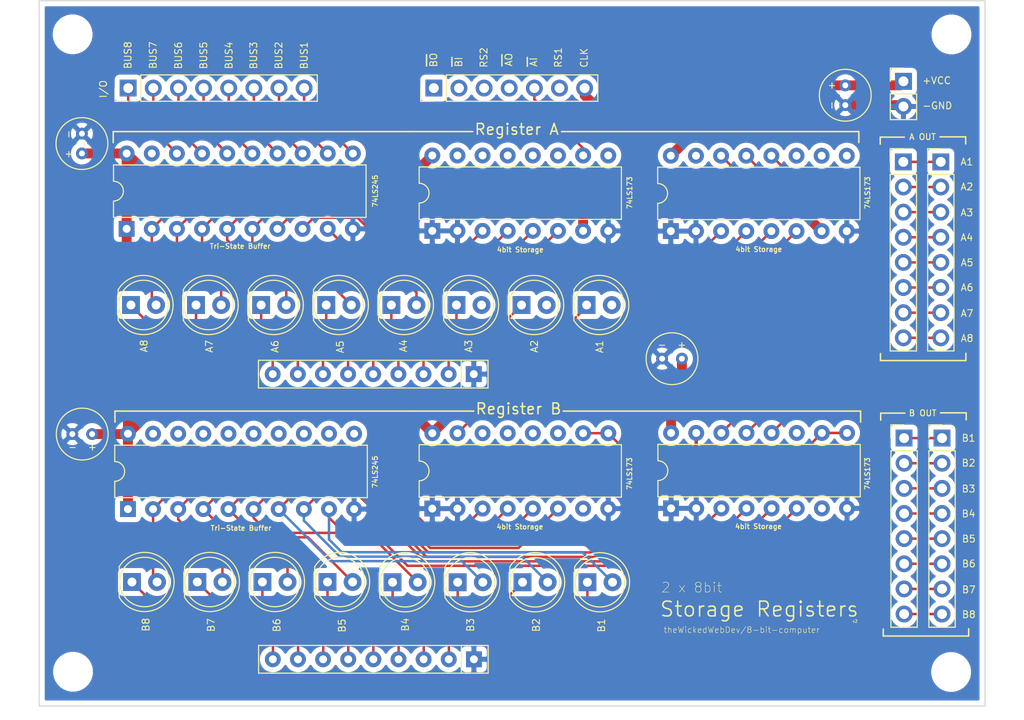
<source format=kicad_pcb>
(kicad_pcb (version 20171130) (host pcbnew "(5.1.9-0-10_14)")
  (layers (0 F.Cu signal) (1 In1.Cu signal) (2 In2.Cu signal) (31 B.Cu signal) (34 B.Paste user) (35 F.Paste user) (36 B.SilkS user) (37 F.SilkS user) (38 B.Mask user) (39 F.Mask user) (44 Edge.Cuts user))
  (net 0 "")
  (net 1 GND)
  (net 2 VCC)
  (net 3 "Net-(D1-Pad1)")
  (net 4 "Net-(D2-Pad1)")
  (net 5 "Net-(D3-Pad1)")
  (net 6 "Net-(D4-Pad1)")
  (net 7 "Net-(D5-Pad1)")
  (net 8 "Net-(D6-Pad1)")
  (net 9 "Net-(D7-Pad1)")
  (net 10 "Net-(D8-Pad1)")
  (net 11 /I1)
  (net 12 /I2)
  (net 13 /I3)
  (net 14 /I4)
  (net 15 /I5)
  (net 16 /I6)
  (net 17 /I7)
  (net 18 /I8)
  (net 19 /CLK)
  (net 20 /A8)
  (net 21 /A7)
  (net 22 /A6)
  (net 23 /A5)
  (net 24 /A4)
  (net 25 /A3)
  (net 26 /A2)
  (net 27 /A1)
  (net 28 "Net-(D9-Pad1)")
  (net 29 "Net-(D10-Pad1)")
  (net 30 "Net-(D11-Pad1)")
  (net 31 "Net-(D12-Pad1)")
  (net 32 "Net-(D13-Pad1)")
  (net 33 "Net-(D14-Pad1)")
  (net 34 "Net-(D15-Pad1)")
  (net 35 "Net-(D16-Pad1)")
  (net 36 /B8)
  (net 37 /B7)
  (net 38 /B6)
  (net 39 /B5)
  (net 40 /B4)
  (net 41 /B3)
  (net 42 /B2)
  (net 43 /B1)
  (net 44 /AI)
  (net 45 /AO)
  (net 46 /BI)
  (net 47 /BO)
  (net 48 /RS2)
  (net 49 /RS1)
  (module Connector_PinHeader_2.54mm:PinHeader_1x07_P2.54mm_Vertical (layer F.Cu) (at 106.8832 87.8332 90)
    (fp_text reference J6 hide)
    (fp_text value Conn_01x07)
    (pad 7 thru_hole oval (at 0 15.24 90) (size 1.7 1.7) (drill 1) (layers *.Cu *.Mask) (net 19 /CLK))
    (pad 6 thru_hole oval (at 0 12.7 90) (size 1.7 1.7) (drill 1) (layers *.Cu *.Mask) (net 49 /RS1))
    (pad 5 thru_hole oval (at 0 10.16 90) (size 1.7 1.7) (drill 1) (layers *.Cu *.Mask) (net 44 /AI))
    (pad 4 thru_hole oval (at 0 7.62 90) (size 1.7 1.7) (drill 1) (layers *.Cu *.Mask) (net 45 /AO))
    (pad 3 thru_hole oval (at 0 5.08 90) (size 1.7 1.7) (drill 1) (layers *.Cu *.Mask) (net 48 /RS2))
    (pad 2 thru_hole oval (at 0 2.54 90) (size 1.7 1.7) (drill 1) (layers *.Cu *.Mask) (net 46 /BI))
    (pad 1 thru_hole rect (at 0 0 90) (size 1.7 1.7) (drill 1) (layers *.Cu *.Mask) (net 47 /BO))
  )
  (module MountingHole:MountingHole_3mm (layer F.Cu) (at 159.1945 82.4103)
    (fp_text reference REF** hide)
    (fp_text value MountingHole_3mm)
    (pad 1 np_thru_hole circle (at 0 0) (size 3 3) (drill 3) (layers *.Cu *.Mask))
  )
  (module MountingHole:MountingHole_3mm (layer F.Cu) (at 159.1564 146.8374)
    (fp_text reference REF** hide)
    (fp_text value MountingHole_3mm)
    (pad 1 np_thru_hole circle (at 0 0) (size 3 3) (drill 3) (layers *.Cu *.Mask))
  )
  (module MountingHole:MountingHole_3mm (layer F.Cu) (at 70.4215 146.812)
    (fp_text reference REF** hide)
    (fp_text value MountingHole_3mm)
    (pad 1 np_thru_hole circle (at 0 0) (size 3 3) (drill 3) (layers *.Cu *.Mask))
  )
  (module MountingHole:MountingHole_3mm (layer F.Cu) (at 70.3834 82.3976)
    (fp_text reference REF** hide)
    (fp_text value MountingHole_3mm)
    (pad 1 np_thru_hole circle (at 0 0) (size 3 3) (drill 3) (layers *.Cu *.Mask))
  )
  (module Connector_PinHeader_2.54mm:PinHeader_1x02_P2.54mm_Vertical (layer F.Cu) (at 154.3431 87.1474)
    (fp_text reference J3 hide)
    (fp_text value Conn_01x02 hide)
    (pad 2 thru_hole oval (at 0 2.54) (size 1.7 1.7) (drill 1) (layers *.Cu *.Mask) (net 1 GND))
    (pad 1 thru_hole rect (at 0 0) (size 1.7 1.7) (drill 1) (layers *.Cu *.Mask) (net 2 VCC))
  )
  (module Capacitor_THT:C_Radial_D5.0mm_H7.0mm_P2.00mm (layer F.Cu) (at 131.953 115.1763 180)
    (fp_text reference C4 hide)
    (fp_text value CP1 hide)
    (pad 2 thru_hole circle (at 2 0 180) (size 1.2 1.2) (drill 0.6) (layers *.Cu *.Mask) (net 1 GND))
    (pad 1 thru_hole circle (at 0 0 180) (size 1.2 1.2) (drill 0.6) (layers *.Cu *.Mask) (net 2 VCC))
  )
  (module Capacitor_THT:C_Radial_D5.0mm_H7.0mm_P2.00mm (layer F.Cu) (at 148.463 87.5538 270)
    (fp_text reference C3 hide)
    (fp_text value CP1 hide)
    (pad 2 thru_hole circle (at 2 0 270) (size 1.2 1.2) (drill 0.6) (layers *.Cu *.Mask) (net 1 GND))
    (pad 1 thru_hole circle (at 0 0 270) (size 1.2 1.2) (drill 0.6) (layers *.Cu *.Mask) (net 2 VCC))
  )
  (module Capacitor_THT:C_Radial_D5.0mm_H7.0mm_P2.00mm (layer F.Cu) (at 72.3519 122.7963 180)
    (fp_text reference C2 hide)
    (fp_text value CP1 hide)
    (pad 2 thru_hole circle (at 2 0 180) (size 1.2 1.2) (drill 0.6) (layers *.Cu *.Mask) (net 1 GND))
    (pad 1 thru_hole circle (at 0 0 180) (size 1.2 1.2) (drill 0.6) (layers *.Cu *.Mask) (net 2 VCC))
  )
  (module Capacitor_THT:C_Radial_D5.0mm_H7.0mm_P2.00mm (layer F.Cu) (at 71.3232 94.4372 90)
    (fp_text reference C1 hide)
    (fp_text value CP1 hide)
    (pad 2 thru_hole circle (at 2 0 90) (size 1.2 1.2) (drill 0.6) (layers *.Cu *.Mask) (net 1 GND))
    (pad 1 thru_hole circle (at 0 0 90) (size 1.2 1.2) (drill 0.6) (layers *.Cu *.Mask) (net 2 VCC))
  )
  (module Package_DIP:DIP-16_W7.62mm (layer F.Cu) (at 130.8608 130.302 90)
    (fp_text reference U6 hide)
    (fp_text value 74LS173 hide)
    (pad 16 thru_hole oval (at 7.62 0 90) (size 1.6 1.6) (drill 0.8) (layers *.Cu *.Mask) (net 2 VCC))
    (pad 8 thru_hole oval (at 0 17.78 90) (size 1.6 1.6) (drill 0.8) (layers *.Cu *.Mask) (net 1 GND))
    (pad 15 thru_hole oval (at 7.62 2.54 90) (size 1.6 1.6) (drill 0.8) (layers *.Cu *.Mask) (net 48 /RS2))
    (pad 7 thru_hole oval (at 0 15.24 90) (size 1.6 1.6) (drill 0.8) (layers *.Cu *.Mask) (net 19 /CLK))
    (pad 14 thru_hole oval (at 7.62 5.08 90) (size 1.6 1.6) (drill 0.8) (layers *.Cu *.Mask) (net 14 /I4))
    (pad 6 thru_hole oval (at 0 12.7 90) (size 1.6 1.6) (drill 0.8) (layers *.Cu *.Mask) (net 43 /B1))
    (pad 13 thru_hole oval (at 7.62 7.62 90) (size 1.6 1.6) (drill 0.8) (layers *.Cu *.Mask) (net 13 /I3))
    (pad 5 thru_hole oval (at 0 10.16 90) (size 1.6 1.6) (drill 0.8) (layers *.Cu *.Mask) (net 42 /B2))
    (pad 12 thru_hole oval (at 7.62 10.16 90) (size 1.6 1.6) (drill 0.8) (layers *.Cu *.Mask) (net 12 /I2))
    (pad 4 thru_hole oval (at 0 7.62 90) (size 1.6 1.6) (drill 0.8) (layers *.Cu *.Mask) (net 41 /B3))
    (pad 11 thru_hole oval (at 7.62 12.7 90) (size 1.6 1.6) (drill 0.8) (layers *.Cu *.Mask) (net 11 /I1))
    (pad 3 thru_hole oval (at 0 5.08 90) (size 1.6 1.6) (drill 0.8) (layers *.Cu *.Mask) (net 40 /B4))
    (pad 10 thru_hole oval (at 7.62 15.24 90) (size 1.6 1.6) (drill 0.8) (layers *.Cu *.Mask) (net 46 /BI))
    (pad 2 thru_hole oval (at 0 2.54 90) (size 1.6 1.6) (drill 0.8) (layers *.Cu *.Mask) (net 1 GND))
    (pad 9 thru_hole oval (at 7.62 17.78 90) (size 1.6 1.6) (drill 0.8) (layers *.Cu *.Mask) (net 46 /BI))
    (pad 1 thru_hole rect (at 0 0 90) (size 1.6 1.6) (drill 0.8) (layers *.Cu *.Mask) (net 1 GND))
  )
  (module Package_DIP:DIP-16_W7.62mm (layer F.Cu) (at 106.7308 130.3274 90)
    (fp_text reference U5 hide)
    (fp_text value 74LS173 hide)
    (pad 16 thru_hole oval (at 7.62 0 90) (size 1.6 1.6) (drill 0.8) (layers *.Cu *.Mask) (net 2 VCC))
    (pad 8 thru_hole oval (at 0 17.78 90) (size 1.6 1.6) (drill 0.8) (layers *.Cu *.Mask) (net 1 GND))
    (pad 15 thru_hole oval (at 7.62 2.54 90) (size 1.6 1.6) (drill 0.8) (layers *.Cu *.Mask) (net 48 /RS2))
    (pad 7 thru_hole oval (at 0 15.24 90) (size 1.6 1.6) (drill 0.8) (layers *.Cu *.Mask) (net 19 /CLK))
    (pad 14 thru_hole oval (at 7.62 5.08 90) (size 1.6 1.6) (drill 0.8) (layers *.Cu *.Mask) (net 18 /I8))
    (pad 6 thru_hole oval (at 0 12.7 90) (size 1.6 1.6) (drill 0.8) (layers *.Cu *.Mask) (net 39 /B5))
    (pad 13 thru_hole oval (at 7.62 7.62 90) (size 1.6 1.6) (drill 0.8) (layers *.Cu *.Mask) (net 17 /I7))
    (pad 5 thru_hole oval (at 0 10.16 90) (size 1.6 1.6) (drill 0.8) (layers *.Cu *.Mask) (net 38 /B6))
    (pad 12 thru_hole oval (at 7.62 10.16 90) (size 1.6 1.6) (drill 0.8) (layers *.Cu *.Mask) (net 16 /I6))
    (pad 4 thru_hole oval (at 0 7.62 90) (size 1.6 1.6) (drill 0.8) (layers *.Cu *.Mask) (net 37 /B7))
    (pad 11 thru_hole oval (at 7.62 12.7 90) (size 1.6 1.6) (drill 0.8) (layers *.Cu *.Mask) (net 15 /I5))
    (pad 3 thru_hole oval (at 0 5.08 90) (size 1.6 1.6) (drill 0.8) (layers *.Cu *.Mask) (net 36 /B8))
    (pad 10 thru_hole oval (at 7.62 15.24 90) (size 1.6 1.6) (drill 0.8) (layers *.Cu *.Mask) (net 46 /BI))
    (pad 2 thru_hole oval (at 0 2.54 90) (size 1.6 1.6) (drill 0.8) (layers *.Cu *.Mask) (net 1 GND))
    (pad 9 thru_hole oval (at 7.62 17.78 90) (size 1.6 1.6) (drill 0.8) (layers *.Cu *.Mask) (net 46 /BI))
    (pad 1 thru_hole rect (at 0 0 90) (size 1.6 1.6) (drill 0.8) (layers *.Cu *.Mask) (net 1 GND))
  )
  (module Package_DIP:DIP-20_W7.62mm (layer F.Cu) (at 75.9714 130.3782 90)
    (fp_text reference U4 hide)
    (fp_text value 74LS245 hide)
    (pad 20 thru_hole oval (at 7.62 0 90) (size 1.6 1.6) (drill 0.8) (layers *.Cu *.Mask) (net 2 VCC))
    (pad 10 thru_hole oval (at 0 22.86 90) (size 1.6 1.6) (drill 0.8) (layers *.Cu *.Mask) (net 1 GND))
    (pad 19 thru_hole oval (at 7.62 2.54 90) (size 1.6 1.6) (drill 0.8) (layers *.Cu *.Mask) (net 47 /BO))
    (pad 9 thru_hole oval (at 0 20.32 90) (size 1.6 1.6) (drill 0.8) (layers *.Cu *.Mask) (net 43 /B1))
    (pad 18 thru_hole oval (at 7.62 5.08 90) (size 1.6 1.6) (drill 0.8) (layers *.Cu *.Mask) (net 18 /I8))
    (pad 8 thru_hole oval (at 0 17.78 90) (size 1.6 1.6) (drill 0.8) (layers *.Cu *.Mask) (net 42 /B2))
    (pad 17 thru_hole oval (at 7.62 7.62 90) (size 1.6 1.6) (drill 0.8) (layers *.Cu *.Mask) (net 17 /I7))
    (pad 7 thru_hole oval (at 0 15.24 90) (size 1.6 1.6) (drill 0.8) (layers *.Cu *.Mask) (net 41 /B3))
    (pad 16 thru_hole oval (at 7.62 10.16 90) (size 1.6 1.6) (drill 0.8) (layers *.Cu *.Mask) (net 16 /I6))
    (pad 6 thru_hole oval (at 0 12.7 90) (size 1.6 1.6) (drill 0.8) (layers *.Cu *.Mask) (net 40 /B4))
    (pad 15 thru_hole oval (at 7.62 12.7 90) (size 1.6 1.6) (drill 0.8) (layers *.Cu *.Mask) (net 15 /I5))
    (pad 5 thru_hole oval (at 0 10.16 90) (size 1.6 1.6) (drill 0.8) (layers *.Cu *.Mask) (net 39 /B5))
    (pad 14 thru_hole oval (at 7.62 15.24 90) (size 1.6 1.6) (drill 0.8) (layers *.Cu *.Mask) (net 14 /I4))
    (pad 4 thru_hole oval (at 0 7.62 90) (size 1.6 1.6) (drill 0.8) (layers *.Cu *.Mask) (net 38 /B6))
    (pad 13 thru_hole oval (at 7.62 17.78 90) (size 1.6 1.6) (drill 0.8) (layers *.Cu *.Mask) (net 13 /I3))
    (pad 3 thru_hole oval (at 0 5.08 90) (size 1.6 1.6) (drill 0.8) (layers *.Cu *.Mask) (net 37 /B7))
    (pad 12 thru_hole oval (at 7.62 20.32 90) (size 1.6 1.6) (drill 0.8) (layers *.Cu *.Mask) (net 12 /I2))
    (pad 2 thru_hole oval (at 0 2.54 90) (size 1.6 1.6) (drill 0.8) (layers *.Cu *.Mask) (net 36 /B8))
    (pad 11 thru_hole oval (at 7.62 22.86 90) (size 1.6 1.6) (drill 0.8) (layers *.Cu *.Mask) (net 11 /I1))
    (pad 1 thru_hole rect (at 0 0 90) (size 1.6 1.6) (drill 0.8) (layers *.Cu *.Mask) (net 2 VCC))
  )
  (module Package_DIP:DIP-16_W7.62mm (layer F.Cu) (at 130.8354 102.2858 90)
    (fp_text reference U3 hide)
    (fp_text value 74LS173 hide)
    (pad 16 thru_hole oval (at 7.62 0 90) (size 1.6 1.6) (drill 0.8) (layers *.Cu *.Mask) (net 2 VCC))
    (pad 8 thru_hole oval (at 0 17.78 90) (size 1.6 1.6) (drill 0.8) (layers *.Cu *.Mask) (net 1 GND))
    (pad 15 thru_hole oval (at 7.62 2.54 90) (size 1.6 1.6) (drill 0.8) (layers *.Cu *.Mask) (net 49 /RS1))
    (pad 7 thru_hole oval (at 0 15.24 90) (size 1.6 1.6) (drill 0.8) (layers *.Cu *.Mask) (net 19 /CLK))
    (pad 14 thru_hole oval (at 7.62 5.08 90) (size 1.6 1.6) (drill 0.8) (layers *.Cu *.Mask) (net 14 /I4))
    (pad 6 thru_hole oval (at 0 12.7 90) (size 1.6 1.6) (drill 0.8) (layers *.Cu *.Mask) (net 27 /A1))
    (pad 13 thru_hole oval (at 7.62 7.62 90) (size 1.6 1.6) (drill 0.8) (layers *.Cu *.Mask) (net 13 /I3))
    (pad 5 thru_hole oval (at 0 10.16 90) (size 1.6 1.6) (drill 0.8) (layers *.Cu *.Mask) (net 26 /A2))
    (pad 12 thru_hole oval (at 7.62 10.16 90) (size 1.6 1.6) (drill 0.8) (layers *.Cu *.Mask) (net 12 /I2))
    (pad 4 thru_hole oval (at 0 7.62 90) (size 1.6 1.6) (drill 0.8) (layers *.Cu *.Mask) (net 25 /A3))
    (pad 11 thru_hole oval (at 7.62 12.7 90) (size 1.6 1.6) (drill 0.8) (layers *.Cu *.Mask) (net 11 /I1))
    (pad 3 thru_hole oval (at 0 5.08 90) (size 1.6 1.6) (drill 0.8) (layers *.Cu *.Mask) (net 24 /A4))
    (pad 10 thru_hole oval (at 7.62 15.24 90) (size 1.6 1.6) (drill 0.8) (layers *.Cu *.Mask) (net 44 /AI))
    (pad 2 thru_hole oval (at 0 2.54 90) (size 1.6 1.6) (drill 0.8) (layers *.Cu *.Mask) (net 1 GND))
    (pad 9 thru_hole oval (at 7.62 17.78 90) (size 1.6 1.6) (drill 0.8) (layers *.Cu *.Mask) (net 44 /AI))
    (pad 1 thru_hole rect (at 0 0 90) (size 1.6 1.6) (drill 0.8) (layers *.Cu *.Mask) (net 1 GND))
  )
  (module Package_DIP:DIP-16_W7.62mm (layer F.Cu) (at 106.7308 102.2604 90)
    (fp_text reference U2 hide)
    (fp_text value 74LS173 hide)
    (pad 16 thru_hole oval (at 7.62 0 90) (size 1.6 1.6) (drill 0.8) (layers *.Cu *.Mask) (net 2 VCC))
    (pad 8 thru_hole oval (at 0 17.78 90) (size 1.6 1.6) (drill 0.8) (layers *.Cu *.Mask) (net 1 GND))
    (pad 15 thru_hole oval (at 7.62 2.54 90) (size 1.6 1.6) (drill 0.8) (layers *.Cu *.Mask) (net 49 /RS1))
    (pad 7 thru_hole oval (at 0 15.24 90) (size 1.6 1.6) (drill 0.8) (layers *.Cu *.Mask) (net 19 /CLK))
    (pad 14 thru_hole oval (at 7.62 5.08 90) (size 1.6 1.6) (drill 0.8) (layers *.Cu *.Mask) (net 18 /I8))
    (pad 6 thru_hole oval (at 0 12.7 90) (size 1.6 1.6) (drill 0.8) (layers *.Cu *.Mask) (net 23 /A5))
    (pad 13 thru_hole oval (at 7.62 7.62 90) (size 1.6 1.6) (drill 0.8) (layers *.Cu *.Mask) (net 17 /I7))
    (pad 5 thru_hole oval (at 0 10.16 90) (size 1.6 1.6) (drill 0.8) (layers *.Cu *.Mask) (net 22 /A6))
    (pad 12 thru_hole oval (at 7.62 10.16 90) (size 1.6 1.6) (drill 0.8) (layers *.Cu *.Mask) (net 16 /I6))
    (pad 4 thru_hole oval (at 0 7.62 90) (size 1.6 1.6) (drill 0.8) (layers *.Cu *.Mask) (net 21 /A7))
    (pad 11 thru_hole oval (at 7.62 12.7 90) (size 1.6 1.6) (drill 0.8) (layers *.Cu *.Mask) (net 15 /I5))
    (pad 3 thru_hole oval (at 0 5.08 90) (size 1.6 1.6) (drill 0.8) (layers *.Cu *.Mask) (net 20 /A8))
    (pad 10 thru_hole oval (at 7.62 15.24 90) (size 1.6 1.6) (drill 0.8) (layers *.Cu *.Mask) (net 44 /AI))
    (pad 2 thru_hole oval (at 0 2.54 90) (size 1.6 1.6) (drill 0.8) (layers *.Cu *.Mask) (net 1 GND))
    (pad 9 thru_hole oval (at 7.62 17.78 90) (size 1.6 1.6) (drill 0.8) (layers *.Cu *.Mask) (net 44 /AI))
    (pad 1 thru_hole rect (at 0 0 90) (size 1.6 1.6) (drill 0.8) (layers *.Cu *.Mask) (net 1 GND))
  )
  (module Package_DIP:DIP-20_W7.62mm (layer F.Cu) (at 75.8444 102.0572 90)
    (fp_text reference U1 hide)
    (fp_text value 74LS245 hide)
    (pad 20 thru_hole oval (at 7.62 0 90) (size 1.6 1.6) (drill 0.8) (layers *.Cu *.Mask) (net 2 VCC))
    (pad 10 thru_hole oval (at 0 22.86 90) (size 1.6 1.6) (drill 0.8) (layers *.Cu *.Mask) (net 1 GND))
    (pad 19 thru_hole oval (at 7.62 2.54 90) (size 1.6 1.6) (drill 0.8) (layers *.Cu *.Mask) (net 45 /AO))
    (pad 9 thru_hole oval (at 0 20.32 90) (size 1.6 1.6) (drill 0.8) (layers *.Cu *.Mask) (net 27 /A1))
    (pad 18 thru_hole oval (at 7.62 5.08 90) (size 1.6 1.6) (drill 0.8) (layers *.Cu *.Mask) (net 18 /I8))
    (pad 8 thru_hole oval (at 0 17.78 90) (size 1.6 1.6) (drill 0.8) (layers *.Cu *.Mask) (net 26 /A2))
    (pad 17 thru_hole oval (at 7.62 7.62 90) (size 1.6 1.6) (drill 0.8) (layers *.Cu *.Mask) (net 17 /I7))
    (pad 7 thru_hole oval (at 0 15.24 90) (size 1.6 1.6) (drill 0.8) (layers *.Cu *.Mask) (net 25 /A3))
    (pad 16 thru_hole oval (at 7.62 10.16 90) (size 1.6 1.6) (drill 0.8) (layers *.Cu *.Mask) (net 16 /I6))
    (pad 6 thru_hole oval (at 0 12.7 90) (size 1.6 1.6) (drill 0.8) (layers *.Cu *.Mask) (net 24 /A4))
    (pad 15 thru_hole oval (at 7.62 12.7 90) (size 1.6 1.6) (drill 0.8) (layers *.Cu *.Mask) (net 15 /I5))
    (pad 5 thru_hole oval (at 0 10.16 90) (size 1.6 1.6) (drill 0.8) (layers *.Cu *.Mask) (net 23 /A5))
    (pad 14 thru_hole oval (at 7.62 15.24 90) (size 1.6 1.6) (drill 0.8) (layers *.Cu *.Mask) (net 14 /I4))
    (pad 4 thru_hole oval (at 0 7.62 90) (size 1.6 1.6) (drill 0.8) (layers *.Cu *.Mask) (net 22 /A6))
    (pad 13 thru_hole oval (at 7.62 17.78 90) (size 1.6 1.6) (drill 0.8) (layers *.Cu *.Mask) (net 13 /I3))
    (pad 3 thru_hole oval (at 0 5.08 90) (size 1.6 1.6) (drill 0.8) (layers *.Cu *.Mask) (net 21 /A7))
    (pad 12 thru_hole oval (at 7.62 20.32 90) (size 1.6 1.6) (drill 0.8) (layers *.Cu *.Mask) (net 12 /I2))
    (pad 2 thru_hole oval (at 0 2.54 90) (size 1.6 1.6) (drill 0.8) (layers *.Cu *.Mask) (net 20 /A8))
    (pad 11 thru_hole oval (at 7.62 22.86 90) (size 1.6 1.6) (drill 0.8) (layers *.Cu *.Mask) (net 11 /I1))
    (pad 1 thru_hole rect (at 0 0 90) (size 1.6 1.6) (drill 0.8) (layers *.Cu *.Mask) (net 2 VCC))
  )
  (module Resistor_THT:R_Array_SIP9 (layer F.Cu) (at 110.9345 145.5547 180)
    (fp_text reference RN2 hide)
    (fp_text value R_Network08 hide)
    (pad 9 thru_hole oval (at 20.32 0 180) (size 1.6 1.6) (drill 0.8) (layers *.Cu *.Mask) (net 28 "Net-(D9-Pad1)"))
    (pad 8 thru_hole oval (at 17.78 0 180) (size 1.6 1.6) (drill 0.8) (layers *.Cu *.Mask) (net 29 "Net-(D10-Pad1)"))
    (pad 7 thru_hole oval (at 15.24 0 180) (size 1.6 1.6) (drill 0.8) (layers *.Cu *.Mask) (net 30 "Net-(D11-Pad1)"))
    (pad 6 thru_hole oval (at 12.7 0 180) (size 1.6 1.6) (drill 0.8) (layers *.Cu *.Mask) (net 31 "Net-(D12-Pad1)"))
    (pad 5 thru_hole oval (at 10.16 0 180) (size 1.6 1.6) (drill 0.8) (layers *.Cu *.Mask) (net 32 "Net-(D13-Pad1)"))
    (pad 4 thru_hole oval (at 7.62 0 180) (size 1.6 1.6) (drill 0.8) (layers *.Cu *.Mask) (net 33 "Net-(D14-Pad1)"))
    (pad 3 thru_hole oval (at 5.08 0 180) (size 1.6 1.6) (drill 0.8) (layers *.Cu *.Mask) (net 34 "Net-(D15-Pad1)"))
    (pad 2 thru_hole oval (at 2.54 0 180) (size 1.6 1.6) (drill 0.8) (layers *.Cu *.Mask) (net 35 "Net-(D16-Pad1)"))
    (pad 1 thru_hole rect (at 0 0 180) (size 1.6 1.6) (drill 0.8) (layers *.Cu *.Mask) (net 1 GND))
  )
  (module Resistor_THT:R_Array_SIP9 (layer F.Cu) (at 110.9218 116.7384 180)
    (fp_text reference RN1 hide)
    (fp_text value R_Network08 hide)
    (pad 9 thru_hole oval (at 20.32 0 180) (size 1.6 1.6) (drill 0.8) (layers *.Cu *.Mask) (net 3 "Net-(D1-Pad1)"))
    (pad 8 thru_hole oval (at 17.78 0 180) (size 1.6 1.6) (drill 0.8) (layers *.Cu *.Mask) (net 4 "Net-(D2-Pad1)"))
    (pad 7 thru_hole oval (at 15.24 0 180) (size 1.6 1.6) (drill 0.8) (layers *.Cu *.Mask) (net 5 "Net-(D3-Pad1)"))
    (pad 6 thru_hole oval (at 12.7 0 180) (size 1.6 1.6) (drill 0.8) (layers *.Cu *.Mask) (net 6 "Net-(D4-Pad1)"))
    (pad 5 thru_hole oval (at 10.16 0 180) (size 1.6 1.6) (drill 0.8) (layers *.Cu *.Mask) (net 7 "Net-(D5-Pad1)"))
    (pad 4 thru_hole oval (at 7.62 0 180) (size 1.6 1.6) (drill 0.8) (layers *.Cu *.Mask) (net 8 "Net-(D6-Pad1)"))
    (pad 3 thru_hole oval (at 5.08 0 180) (size 1.6 1.6) (drill 0.8) (layers *.Cu *.Mask) (net 9 "Net-(D7-Pad1)"))
    (pad 2 thru_hole oval (at 2.54 0 180) (size 1.6 1.6) (drill 0.8) (layers *.Cu *.Mask) (net 10 "Net-(D8-Pad1)"))
    (pad 1 thru_hole rect (at 0 0 180) (size 1.6 1.6) (drill 0.8) (layers *.Cu *.Mask) (net 1 GND))
  )
  (module Connector_PinHeader_2.54mm:PinHeader_1x08_P2.54mm_Vertical (layer F.Cu) (at 154.3304 95.2881)
    (fp_text reference J8 hide)
    (fp_text value Conn_01x08 hide)
    (pad 8 thru_hole oval (at 0 17.78) (size 1.7 1.7) (drill 1) (layers *.Cu *.Mask) (net 20 /A8))
    (pad 7 thru_hole oval (at 0 15.24) (size 1.7 1.7) (drill 1) (layers *.Cu *.Mask) (net 21 /A7))
    (pad 6 thru_hole oval (at 0 12.7) (size 1.7 1.7) (drill 1) (layers *.Cu *.Mask) (net 22 /A6))
    (pad 5 thru_hole oval (at 0 10.16) (size 1.7 1.7) (drill 1) (layers *.Cu *.Mask) (net 23 /A5))
    (pad 4 thru_hole oval (at 0 7.62) (size 1.7 1.7) (drill 1) (layers *.Cu *.Mask) (net 24 /A4))
    (pad 3 thru_hole oval (at 0 5.08) (size 1.7 1.7) (drill 1) (layers *.Cu *.Mask) (net 25 /A3))
    (pad 2 thru_hole oval (at 0 2.54) (size 1.7 1.7) (drill 1) (layers *.Cu *.Mask) (net 26 /A2))
    (pad 1 thru_hole rect (at 0 0) (size 1.7 1.7) (drill 1) (layers *.Cu *.Mask) (net 27 /A1))
  )
  (module Connector_PinHeader_2.54mm:PinHeader_1x08_P2.54mm_Vertical (layer F.Cu) (at 158.115 95.2881)
    (fp_text reference J7 hide)
    (fp_text value Conn_01x08 hide)
    (pad 8 thru_hole oval (at 0 17.78) (size 1.7 1.7) (drill 1) (layers *.Cu *.Mask) (net 20 /A8))
    (pad 7 thru_hole oval (at 0 15.24) (size 1.7 1.7) (drill 1) (layers *.Cu *.Mask) (net 21 /A7))
    (pad 6 thru_hole oval (at 0 12.7) (size 1.7 1.7) (drill 1) (layers *.Cu *.Mask) (net 22 /A6))
    (pad 5 thru_hole oval (at 0 10.16) (size 1.7 1.7) (drill 1) (layers *.Cu *.Mask) (net 23 /A5))
    (pad 4 thru_hole oval (at 0 7.62) (size 1.7 1.7) (drill 1) (layers *.Cu *.Mask) (net 24 /A4))
    (pad 3 thru_hole oval (at 0 5.08) (size 1.7 1.7) (drill 1) (layers *.Cu *.Mask) (net 25 /A3))
    (pad 2 thru_hole oval (at 0 2.54) (size 1.7 1.7) (drill 1) (layers *.Cu *.Mask) (net 26 /A2))
    (pad 1 thru_hole rect (at 0 0) (size 1.7 1.7) (drill 1) (layers *.Cu *.Mask) (net 27 /A1))
  )
  (module Connector_PinHeader_2.54mm:PinHeader_1x08_P2.54mm_Vertical (layer F.Cu) (at 75.9968 87.8332 90)
    (fp_text reference J5 hide)
    (fp_text value Conn_01x08 hide)
    (pad 8 thru_hole oval (at 0 17.78 90) (size 1.7 1.7) (drill 1) (layers *.Cu *.Mask) (net 11 /I1))
    (pad 7 thru_hole oval (at 0 15.24 90) (size 1.7 1.7) (drill 1) (layers *.Cu *.Mask) (net 12 /I2))
    (pad 6 thru_hole oval (at 0 12.7 90) (size 1.7 1.7) (drill 1) (layers *.Cu *.Mask) (net 13 /I3))
    (pad 5 thru_hole oval (at 0 10.16 90) (size 1.7 1.7) (drill 1) (layers *.Cu *.Mask) (net 14 /I4))
    (pad 4 thru_hole oval (at 0 7.62 90) (size 1.7 1.7) (drill 1) (layers *.Cu *.Mask) (net 15 /I5))
    (pad 3 thru_hole oval (at 0 5.08 90) (size 1.7 1.7) (drill 1) (layers *.Cu *.Mask) (net 16 /I6))
    (pad 2 thru_hole oval (at 0 2.54 90) (size 1.7 1.7) (drill 1) (layers *.Cu *.Mask) (net 17 /I7))
    (pad 1 thru_hole rect (at 0 0 90) (size 1.7 1.7) (drill 1) (layers *.Cu *.Mask) (net 18 /I8))
  )
  (module Connector_PinHeader_2.54mm:PinHeader_1x08_P2.54mm_Vertical (layer F.Cu) (at 154.4066 123.2027)
    (fp_text reference J2 hide)
    (fp_text value Conn_01x08 hide)
    (pad 8 thru_hole oval (at 0 17.78) (size 1.7 1.7) (drill 1) (layers *.Cu *.Mask) (net 36 /B8))
    (pad 7 thru_hole oval (at 0 15.24) (size 1.7 1.7) (drill 1) (layers *.Cu *.Mask) (net 37 /B7))
    (pad 6 thru_hole oval (at 0 12.7) (size 1.7 1.7) (drill 1) (layers *.Cu *.Mask) (net 38 /B6))
    (pad 5 thru_hole oval (at 0 10.16) (size 1.7 1.7) (drill 1) (layers *.Cu *.Mask) (net 39 /B5))
    (pad 4 thru_hole oval (at 0 7.62) (size 1.7 1.7) (drill 1) (layers *.Cu *.Mask) (net 40 /B4))
    (pad 3 thru_hole oval (at 0 5.08) (size 1.7 1.7) (drill 1) (layers *.Cu *.Mask) (net 41 /B3))
    (pad 2 thru_hole oval (at 0 2.54) (size 1.7 1.7) (drill 1) (layers *.Cu *.Mask) (net 42 /B2))
    (pad 1 thru_hole rect (at 0 0) (size 1.7 1.7) (drill 1) (layers *.Cu *.Mask) (net 43 /B1))
  )
  (module Connector_PinHeader_2.54mm:PinHeader_1x08_P2.54mm_Vertical (layer F.Cu) (at 158.242 123.2027)
    (fp_text reference J1 hide)
    (fp_text value Conn_01x08 hide)
    (pad 8 thru_hole oval (at 0 17.78) (size 1.7 1.7) (drill 1) (layers *.Cu *.Mask) (net 36 /B8))
    (pad 7 thru_hole oval (at 0 15.24) (size 1.7 1.7) (drill 1) (layers *.Cu *.Mask) (net 37 /B7))
    (pad 6 thru_hole oval (at 0 12.7) (size 1.7 1.7) (drill 1) (layers *.Cu *.Mask) (net 38 /B6))
    (pad 5 thru_hole oval (at 0 10.16) (size 1.7 1.7) (drill 1) (layers *.Cu *.Mask) (net 39 /B5))
    (pad 4 thru_hole oval (at 0 7.62) (size 1.7 1.7) (drill 1) (layers *.Cu *.Mask) (net 40 /B4))
    (pad 3 thru_hole oval (at 0 5.08) (size 1.7 1.7) (drill 1) (layers *.Cu *.Mask) (net 41 /B3))
    (pad 2 thru_hole oval (at 0 2.54) (size 1.7 1.7) (drill 1) (layers *.Cu *.Mask) (net 42 /B2))
    (pad 1 thru_hole rect (at 0 0) (size 1.7 1.7) (drill 1) (layers *.Cu *.Mask) (net 43 /B1))
  )
  (module LED_THT:LED_D5.0mm (layer F.Cu) (at 122.4026 137.7696)
    (fp_text reference D16 hide)
    (fp_text value LED hide)
    (pad 2 thru_hole circle (at 2.54 0) (size 1.8 1.8) (drill 0.9) (layers *.Cu *.Mask) (net 43 /B1))
    (pad 1 thru_hole rect (at 0 0) (size 1.8 1.8) (drill 0.9) (layers *.Cu *.Mask) (net 35 "Net-(D16-Pad1)"))
  )
  (module LED_THT:LED_D5.0mm (layer F.Cu) (at 115.8494 137.7696)
    (fp_text reference D15 hide)
    (fp_text value LED hide)
    (pad 2 thru_hole circle (at 2.54 0) (size 1.8 1.8) (drill 0.9) (layers *.Cu *.Mask) (net 42 /B2))
    (pad 1 thru_hole rect (at 0 0) (size 1.8 1.8) (drill 0.9) (layers *.Cu *.Mask) (net 34 "Net-(D15-Pad1)"))
  )
  (module LED_THT:LED_D5.0mm (layer F.Cu) (at 109.2962 137.7696)
    (fp_text reference D14 hide)
    (fp_text value LED hide)
    (pad 2 thru_hole circle (at 2.54 0) (size 1.8 1.8) (drill 0.9) (layers *.Cu *.Mask) (net 41 /B3))
    (pad 1 thru_hole rect (at 0 0) (size 1.8 1.8) (drill 0.9) (layers *.Cu *.Mask) (net 33 "Net-(D14-Pad1)"))
  )
  (module LED_THT:LED_D5.0mm (layer F.Cu) (at 102.7176 137.7696)
    (fp_text reference D13 hide)
    (fp_text value LED hide)
    (pad 2 thru_hole circle (at 2.54 0) (size 1.8 1.8) (drill 0.9) (layers *.Cu *.Mask) (net 40 /B4))
    (pad 1 thru_hole rect (at 0 0) (size 1.8 1.8) (drill 0.9) (layers *.Cu *.Mask) (net 32 "Net-(D13-Pad1)"))
  )
  (module LED_THT:LED_D5.0mm (layer F.Cu) (at 96.139 137.7442)
    (fp_text reference D12 hide)
    (fp_text value LED hide)
    (pad 2 thru_hole circle (at 2.54 0) (size 1.8 1.8) (drill 0.9) (layers *.Cu *.Mask) (net 39 /B5))
    (pad 1 thru_hole rect (at 0 0) (size 1.8 1.8) (drill 0.9) (layers *.Cu *.Mask) (net 31 "Net-(D12-Pad1)"))
  )
  (module LED_THT:LED_D5.0mm (layer F.Cu) (at 89.5604 137.7442)
    (fp_text reference D11 hide)
    (fp_text value LED hide)
    (pad 2 thru_hole circle (at 2.54 0) (size 1.8 1.8) (drill 0.9) (layers *.Cu *.Mask) (net 38 /B6))
    (pad 1 thru_hole rect (at 0 0) (size 1.8 1.8) (drill 0.9) (layers *.Cu *.Mask) (net 30 "Net-(D11-Pad1)"))
  )
  (module LED_THT:LED_D5.0mm (layer F.Cu) (at 82.9818 137.7442)
    (fp_text reference D10 hide)
    (fp_text value LED hide)
    (pad 2 thru_hole circle (at 2.54 0) (size 1.8 1.8) (drill 0.9) (layers *.Cu *.Mask) (net 37 /B7))
    (pad 1 thru_hole rect (at 0 0) (size 1.8 1.8) (drill 0.9) (layers *.Cu *.Mask) (net 29 "Net-(D10-Pad1)"))
  )
  (module LED_THT:LED_D5.0mm (layer F.Cu) (at 76.3778 137.7442)
    (fp_text reference D9 hide)
    (fp_text value LED hide)
    (pad 2 thru_hole circle (at 2.54 0) (size 1.8 1.8) (drill 0.9) (layers *.Cu *.Mask) (net 36 /B8))
    (pad 1 thru_hole rect (at 0 0) (size 1.8 1.8) (drill 0.9) (layers *.Cu *.Mask) (net 28 "Net-(D9-Pad1)"))
  )
  (module LED_THT:LED_D5.0mm (layer F.Cu) (at 122.3264 109.7534)
    (fp_text reference D8 hide)
    (fp_text value LED hide)
    (pad 2 thru_hole circle (at 2.54 0) (size 1.8 1.8) (drill 0.9) (layers *.Cu *.Mask) (net 27 /A1))
    (pad 1 thru_hole rect (at 0 0) (size 1.8 1.8) (drill 0.9) (layers *.Cu *.Mask) (net 10 "Net-(D8-Pad1)"))
  )
  (module LED_THT:LED_D5.0mm (layer F.Cu) (at 115.7478 109.7534)
    (fp_text reference D7 hide)
    (fp_text value LED hide)
    (pad 2 thru_hole circle (at 2.54 0) (size 1.8 1.8) (drill 0.9) (layers *.Cu *.Mask) (net 26 /A2))
    (pad 1 thru_hole rect (at 0 0) (size 1.8 1.8) (drill 0.9) (layers *.Cu *.Mask) (net 9 "Net-(D7-Pad1)"))
  )
  (module LED_THT:LED_D5.0mm (layer F.Cu) (at 109.1692 109.7534)
    (fp_text reference D6 hide)
    (fp_text value LED hide)
    (pad 2 thru_hole circle (at 2.54 0) (size 1.8 1.8) (drill 0.9) (layers *.Cu *.Mask) (net 25 /A3))
    (pad 1 thru_hole rect (at 0 0) (size 1.8 1.8) (drill 0.9) (layers *.Cu *.Mask) (net 8 "Net-(D6-Pad1)"))
  )
  (module LED_THT:LED_D5.0mm (layer F.Cu) (at 102.5906 109.7534)
    (fp_text reference D5 hide)
    (fp_text value LED hide)
    (pad 2 thru_hole circle (at 2.54 0) (size 1.8 1.8) (drill 0.9) (layers *.Cu *.Mask) (net 24 /A4))
    (pad 1 thru_hole rect (at 0 0) (size 1.8 1.8) (drill 0.9) (layers *.Cu *.Mask) (net 7 "Net-(D5-Pad1)"))
  )
  (module LED_THT:LED_D5.0mm (layer F.Cu) (at 96.012 109.7534)
    (fp_text reference D4 hide)
    (fp_text value LED hide)
    (pad 2 thru_hole circle (at 2.54 0) (size 1.8 1.8) (drill 0.9) (layers *.Cu *.Mask) (net 23 /A5))
    (pad 1 thru_hole rect (at 0 0) (size 1.8 1.8) (drill 0.9) (layers *.Cu *.Mask) (net 6 "Net-(D4-Pad1)"))
  )
  (module LED_THT:LED_D5.0mm (layer F.Cu) (at 89.4334 109.7534)
    (fp_text reference D3 hide)
    (fp_text value LED hide)
    (pad 2 thru_hole circle (at 2.54 0) (size 1.8 1.8) (drill 0.9) (layers *.Cu *.Mask) (net 22 /A6))
    (pad 1 thru_hole rect (at 0 0) (size 1.8 1.8) (drill 0.9) (layers *.Cu *.Mask) (net 5 "Net-(D3-Pad1)"))
  )
  (module LED_THT:LED_D5.0mm (layer F.Cu) (at 82.8548 109.7534)
    (fp_text reference D2 hide)
    (fp_text value LED hide)
    (pad 2 thru_hole circle (at 2.54 0) (size 1.8 1.8) (drill 0.9) (layers *.Cu *.Mask) (net 21 /A7))
    (pad 1 thru_hole rect (at 0 0) (size 1.8 1.8) (drill 0.9) (layers *.Cu *.Mask) (net 4 "Net-(D2-Pad1)"))
  )
  (module LED_THT:LED_D5.0mm (layer F.Cu) (at 76.2762 109.7534)
    (fp_text reference D1 hide)
    (fp_text value LED hide)
    (pad 2 thru_hole circle (at 2.54 0) (size 1.8 1.8) (drill 0.9) (layers *.Cu *.Mask) (net 20 /A8))
    (pad 1 thru_hole rect (at 0 0) (size 1.8 1.8) (drill 0.9) (layers *.Cu *.Mask) (net 3 "Net-(D1-Pad1)"))
  )
  (gr_text "2 x 8bit" (at 132.9436 138.303) (layer F.SilkS) (effects (font (size 1 1) (thickness 0.05))))
  (gr_line (start 113.7666 85.598) (end 113.7666 84.455) (layer F.SilkS) (width 0.15))
  (gr_line (start 116.332 85.6234) (end 116.332 84.7344) (layer F.SilkS) (width 0.15))
  (gr_line (start 108.712 85.6234) (end 108.712 84.7344) (layer F.SilkS) (width 0.15))
  (gr_line (start 106.1466 85.598) (end 106.1466 84.455) (layer F.SilkS) (width 0.15))
  (gr_text RS2 (at 111.9378 85.8266 90) (layer F.SilkS) (effects (font (size 0.7 0.7) (thickness 0.1)) (justify left)))
  (gr_line (start 104.5591 120.4722) (end 110.9218 120.4722) (layer F.SilkS) (width 0.15))
  (gr_line (start 150.0124 120.4722) (end 119.9642 120.4722) (layer F.SilkS) (width 0.15))
  (gr_line (start 74.6633 120.4722) (end 104.5591 120.4722) (layer F.SilkS) (width 0.15))
  (gr_line (start 74.6633 120.4722) (end 74.6633 121.5898) (layer F.SilkS) (width 0.15))
  (gr_line (start 150.0124 120.4722) (end 150.0124 121.5898) (layer F.SilkS) (width 0.15))
  (gr_text "Register B" (at 115.443 120.2436) (layer F.SilkS) (effects (font (size 1.1 1.1))))
  (gr_line (start 149.8346 92.2274) (end 119.7864 92.2274) (layer F.SilkS) (width 0.15))
  (gr_line (start 104.3813 92.2274) (end 110.8202 92.2274) (layer F.SilkS) (width 0.15))
  (gr_text - (at 147.066 90.0938 90) (layer F.SilkS) (effects (font (size 0.7 0.7) (thickness 0.1)) (justify left)))
  (gr_text + (at 147.066 88.0872 90) (layer F.SilkS) (effects (font (size 0.7 0.7) (thickness 0.1)) (justify left)))
  (gr_text - (at 129.4384 113.7666) (layer F.SilkS) (effects (font (size 0.7 0.7) (thickness 0.1)) (justify left)))
  (gr_text + (at 131.445 113.7666) (layer F.SilkS) (effects (font (size 0.7 0.7) (thickness 0.1)) (justify left)))
  (gr_text - (at 70.0532 91.9988 270) (layer F.SilkS) (effects (font (size 0.7 0.7) (thickness 0.1)) (justify left)))
  (gr_text + (at 70.0532 94.0054 270) (layer F.SilkS) (effects (font (size 0.7 0.7) (thickness 0.1)) (justify left)))
  (gr_text - (at 69.8754 124.1044) (layer F.SilkS) (effects (font (size 0.7 0.7) (thickness 0.1)) (justify left)))
  (gr_text + (at 71.882 124.1044) (layer F.SilkS) (effects (font (size 0.7 0.7) (thickness 0.1)) (justify left)))
  (gr_text I/O (at 73.4822 87.9348 90) (layer F.SilkS) (effects (font (size 0.7 0.7) (thickness 0.1))))
  (gr_line (start 152.019 114.6556) (end 152.019 115.3668) (layer F.SilkS) (width 0.15))
  (gr_line (start 160.655 114.6302) (end 160.655 115.3414) (layer F.SilkS) (width 0.15))
  (gr_line (start 152.019 115.3668) (end 160.655 115.3668) (layer F.SilkS) (width 0.15))
  (gr_line (start 152.2984 143.2052) (end 160.9344 143.2052) (layer F.SilkS) (width 0.15))
  (gr_line (start 152.2984 142.494) (end 152.2984 143.2052) (layer F.SilkS) (width 0.15))
  (gr_line (start 160.9344 142.4686) (end 160.9344 143.1798) (layer F.SilkS) (width 0.15))
  (gr_line (start 158.0896 120.65) (end 160.6804 120.65) (layer F.SilkS) (width 0.15))
  (gr_line (start 154.4828 120.6754) (end 152.0444 120.6754) (layer F.SilkS) (width 0.15))
  (gr_line (start 160.6804 120.65) (end 160.6804 121.3612) (layer F.SilkS) (width 0.15))
  (gr_line (start 152.0444 120.6754) (end 152.0444 121.3866) (layer F.SilkS) (width 0.15))
  (gr_line (start 151.9936 92.7862) (end 151.9936 93.4974) (layer F.SilkS) (width 0.15))
  (gr_line (start 154.432 92.7862) (end 151.9936 92.7862) (layer F.SilkS) (width 0.15))
  (gr_line (start 160.6296 92.7608) (end 160.6296 93.472) (layer F.SilkS) (width 0.15))
  (gr_line (start 158.0388 92.7608) (end 160.6296 92.7608) (layer F.SilkS) (width 0.15))
  (gr_text "Storage Registers" (at 139.7762 140.4874) (layer F.SilkS) (effects (font (size 1.5 1.5))))
  (gr_text B3 (at 110.5916 142.8369 90) (layer F.SilkS) (effects (font (size 0.7 0.7) (thickness 0.1)) (justify left)))
  (gr_text B4 (at 104.0003 142.7988 90) (layer F.SilkS) (effects (font (size 0.7 0.7) (thickness 0.1)) (justify left)))
  (gr_text B2 (at 117.2337 142.8496 90) (layer F.SilkS) (effects (font (size 0.7 0.7) (thickness 0.1)) (justify left)))
  (gr_text B6 (at 91.0209 142.8623 90) (layer F.SilkS) (effects (font (size 0.7 0.7) (thickness 0.1)) (justify left)))
  (gr_text B5 (at 97.6122 142.9004 90) (layer F.SilkS) (effects (font (size 0.7 0.7) (thickness 0.1)) (justify left)))
  (gr_text B7 (at 84.3788 142.8496 90) (layer F.SilkS) (effects (font (size 0.7 0.7) (thickness 0.1)) (justify left)))
  (gr_text B8 (at 77.7875 142.8115 90) (layer F.SilkS) (effects (font (size 0.7 0.7) (thickness 0.1)) (justify left)))
  (gr_text B1 (at 123.825 142.8877 90) (layer F.SilkS) (effects (font (size 0.7 0.7) (thickness 0.1)) (justify left)))
  (gr_text A7 (at 84.1883 114.6302 90) (layer F.SilkS) (effects (font (size 0.7 0.7) (thickness 0.1)) (justify left)))
  (gr_text A8 (at 77.597 114.5921 90) (layer F.SilkS) (effects (font (size 0.7 0.7) (thickness 0.1)) (justify left)))
  (gr_text A6 (at 90.8304 114.6429 90) (layer F.SilkS) (effects (font (size 0.7 0.7) (thickness 0.1)) (justify left)))
  (gr_text A5 (at 97.4217 114.681 90) (layer F.SilkS) (effects (font (size 0.7 0.7) (thickness 0.1)) (justify left)))
  (gr_text A4 (at 103.8098 114.5794 90) (layer F.SilkS) (effects (font (size 0.7 0.7) (thickness 0.1)) (justify left)))
  (gr_text A3 (at 110.4011 114.6175 90) (layer F.SilkS) (effects (font (size 0.7 0.7) (thickness 0.1)) (justify left)))
  (gr_text A2 (at 117.0432 114.6302 90) (layer F.SilkS) (effects (font (size 0.7 0.7) (thickness 0.1)) (justify left)))
  (gr_text A1 (at 123.6345 114.6683 90) (layer F.SilkS) (effects (font (size 0.7 0.7) (thickness 0.1)) (justify left)))
  (gr_text v2 (at 149.4536 141.7066) (layer F.SilkS) (effects (font (size 0.3 0.3) (thickness 0.05))))
  (gr_text theWickedWebDev/8-bit-computer (at 137.9982 142.5829) (layer F.SilkS) (effects (font (size 0.6 0.6) (thickness 0.05))))
  (gr_text "Tri-State Buffer" (at 87.4014 132.2959) (layer F.SilkS) (effects (font (size 0.5 0.5) (thickness 0.1))))
  (gr_text "Tri-State Buffer" (at 87.3125 103.8098) (layer F.SilkS) (effects (font (size 0.5 0.5) (thickness 0.1))))
  (gr_text "4bit Storage" (at 115.5827 132.1689) (layer F.SilkS) (effects (font (size 0.5 0.5) (thickness 0.1))))
  (gr_text "4bit Storage" (at 139.6873 132.1308) (layer F.SilkS) (effects (font (size 0.5 0.5) (thickness 0.1))))
  (gr_text "4bit Storage" (at 139.7254 104.1273) (layer F.SilkS) (effects (font (size 0.5 0.5) (thickness 0.1))))
  (gr_text "4bit Storage" (at 115.6208 104.1654) (layer F.SilkS) (effects (font (size 0.5 0.5) (thickness 0.1))))
  (gr_line (start 149.8346 92.2274) (end 149.8346 93.345) (layer F.SilkS) (width 0.15))
  (gr_line (start 74.4855 92.2274) (end 74.4855 93.345) (layer F.SilkS) (width 0.15))
  (gr_text "Register A" (at 115.2652 91.9988) (layer F.SilkS) (effects (font (size 1.1 1.1))))
  (gr_line (start 74.4855 92.2274) (end 104.3813 92.2274) (layer F.SilkS) (width 0.15))
  (gr_line (start 67.0052 79.0067) (end 70.4596 79.0067) (layer Edge.Cuts) (width 0.1))
  (gr_line (start 67.0052 150.2791) (end 67.0052 79.0067) (layer Edge.Cuts) (width 0.1))
  (gr_line (start 162.5854 150.2791) (end 67.0052 150.2791) (layer Edge.Cuts) (width 0.1))
  (gr_line (start 162.5854 79.0067) (end 162.5854 150.2791) (layer Edge.Cuts) (width 0.1))
  (gr_line (start 70.4596 79.0067) (end 162.5854 79.0067) (layer Edge.Cuts) (width 0.1))
  (gr_text 74LS245 (at 100.9523 126.619 90) (layer F.SilkS) (effects (font (size 0.5 0.5) (thickness 0.1))))
  (gr_text 74LS173 (at 126.6571 126.7968 90) (layer F.SilkS) (effects (font (size 0.5 0.5) (thickness 0.1))))
  (gr_text 74LS173 (at 150.6982 126.7968 90) (layer F.SilkS) (effects (font (size 0.5 0.5) (thickness 0.1))))
  (gr_text 74LS173 (at 150.7109 98.4123 90) (layer F.SilkS) (effects (font (size 0.5 0.5) (thickness 0.1))))
  (gr_text 74LS173 (at 126.6698 98.4123 90) (layer F.SilkS) (effects (font (size 0.5 0.5) (thickness 0.1))))
  (gr_text 74LS245 (at 100.965 98.2345 90) (layer F.SilkS) (effects (font (size 0.5 0.5) (thickness 0.1))))
  (gr_text "B OUT" (at 154.8384 120.6754) (layer F.SilkS) (effects (font (size 0.6 0.6) (thickness 0.1)) (justify left)))
  (gr_text "A OUT" (at 154.8638 92.7608) (layer F.SilkS) (effects (font (size 0.6 0.6) (thickness 0.1)) (justify left)))
  (gr_text B2 (at 160.1724 125.7173) (layer F.SilkS) (effects (font (size 0.7 0.7) (thickness 0.1)) (justify left)))
  (gr_text B7 (at 160.1978 138.5189) (layer F.SilkS) (effects (font (size 0.7 0.7) (thickness 0.1)) (justify left)))
  (gr_text B6 (at 160.1978 135.9027) (layer F.SilkS) (effects (font (size 0.7 0.7) (thickness 0.1)) (justify left)))
  (gr_text B5 (at 160.1978 133.3881) (layer F.SilkS) (effects (font (size 0.7 0.7) (thickness 0.1)) (justify left)))
  (gr_text B3 (at 160.1724 128.3335) (layer F.SilkS) (effects (font (size 0.7 0.7) (thickness 0.1)) (justify left)))
  (gr_text B8 (at 160.1978 141.0335) (layer F.SilkS) (effects (font (size 0.7 0.7) (thickness 0.1)) (justify left)))
  (gr_text B4 (at 160.1724 130.8481) (layer F.SilkS) (effects (font (size 0.7 0.7) (thickness 0.1)) (justify left)))
  (gr_text B1 (at 160.1724 123.2027) (layer F.SilkS) (effects (font (size 0.7 0.7) (thickness 0.1)) (justify left)))
  (gr_text A6 (at 160.0708 107.9881) (layer F.SilkS) (effects (font (size 0.7 0.7) (thickness 0.1)) (justify left)))
  (gr_text A7 (at 160.0708 110.6043) (layer F.SilkS) (effects (font (size 0.7 0.7) (thickness 0.1)) (justify left)))
  (gr_text A8 (at 160.0708 113.1189) (layer F.SilkS) (effects (font (size 0.7 0.7) (thickness 0.1)) (justify left)))
  (gr_text A5 (at 160.0708 105.4735) (layer F.SilkS) (effects (font (size 0.7 0.7) (thickness 0.1)) (justify left)))
  (gr_text A4 (at 160.0454 102.9335) (layer F.SilkS) (effects (font (size 0.7 0.7) (thickness 0.1)) (justify left)))
  (gr_text A3 (at 160.0454 100.4189) (layer F.SilkS) (effects (font (size 0.7 0.7) (thickness 0.1)) (justify left)))
  (gr_text A2 (at 160.0454 97.8027) (layer F.SilkS) (effects (font (size 0.7 0.7) (thickness 0.1)) (justify left)))
  (gr_text A1 (at 160.0454 95.2881) (layer F.SilkS) (effects (font (size 0.7 0.7) (thickness 0.1)) (justify left)))
  (gr_text -GND (at 156.1973 89.6112) (layer F.SilkS) (effects (font (size 0.7 0.7) (thickness 0.1)) (justify left)))
  (gr_text +VCC (at 156.1973 87.0712) (layer F.SilkS) (effects (font (size 0.7 0.7) (thickness 0.1)) (justify left)))
  (gr_text BO (at 106.8578 85.7758 90) (layer F.SilkS) (effects (font (size 0.7 0.7) (thickness 0.1)) (justify left)))
  (gr_text BI (at 109.3978 85.7758 90) (layer F.SilkS) (effects (font (size 0.7 0.7) (thickness 0.1)) (justify left)))
  (gr_text AO (at 114.4524 85.6996 90) (layer F.SilkS) (effects (font (size 0.7 0.7) (thickness 0.1)) (justify left)))
  (gr_text AI (at 116.967 85.725 90) (layer F.SilkS) (effects (font (size 0.7 0.7) (thickness 0.1)) (justify left)))
  (gr_text RS1 (at 119.4562 85.8266 90) (layer F.SilkS) (effects (font (size 0.7 0.7) (thickness 0.1)) (justify left)))
  (gr_text CLK (at 122.0724 85.8266 90) (layer F.SilkS) (effects (font (size 0.7 0.7) (thickness 0.1)) (justify left)))
  (gr_text BUS8 (at 75.9714 84.5058 90) (layer F.SilkS) (effects (font (size 0.7 0.7) (thickness 0.1))))
  (gr_text BUS7 (at 78.5114 84.5058 90) (layer F.SilkS) (effects (font (size 0.7 0.7) (thickness 0.1))))
  (gr_text BUS5 (at 83.6168 84.5312 90) (layer F.SilkS) (effects (font (size 0.7 0.7) (thickness 0.1))))
  (gr_text BUS6 (at 81.0768 84.5312 90) (layer F.SilkS) (effects (font (size 0.7 0.7) (thickness 0.1))))
  (gr_text BUS4 (at 86.1822 84.5312 90) (layer F.SilkS) (effects (font (size 0.7 0.7) (thickness 0.1))))
  (gr_text BUS3 (at 88.6714 84.5312 90) (layer F.SilkS) (effects (font (size 0.7 0.7) (thickness 0.1))))
  (gr_text BUS2 (at 91.2114 84.5312 90) (layer F.SilkS) (effects (font (size 0.7 0.7) (thickness 0.1))))
  (gr_text BUS1 (at 93.7768 84.5312 90) (layer F.SilkS) (effects (font (size 0.7 0.7) (thickness 0.1))))
  (segment (start 106.68 130.3782) (end 106.7308 130.3274) (width 0.25) (layer B.Cu) (net 1))
  (segment (start 106.7308 130.3274) (end 106.7435 130.3401) (width 0.7) (layer B.Cu) (net 1))
  (segment (start 154.2095 89.5538) (end 154.3431 89.6874) (width 0.25) (layer F.Cu) (net 1))
  (segment (start 148.463 89.5538) (end 154.2095 89.5538) (width 1) (layer F.Cu) (net 1))
  (segment (start 75.9333 122.7963) (end 75.9714 122.7582) (width 0.25) (layer F.Cu) (net 2))
  (segment (start 72.3519 122.7963) (end 75.9333 122.7963) (width 1) (layer F.Cu) (net 2))
  (segment (start 71.3232 94.4372) (end 75.8444 94.4372) (width 1) (layer F.Cu) (net 2))
  (segment (start 75.8444 94.4372) (end 75.8444 102.0572) (width 1) (layer F.Cu) (net 2))
  (segment (start 75.9714 122.7582) (end 75.9714 130.3782) (width 1) (layer F.Cu) (net 2))
  (segment (start 75.8444 102.0572) (end 75.8444 102.0953) (width 0.25) (layer F.Cu) (net 2))
  (segment (start 75.9714 114.5032) (end 75.9714 122.7582) (width 1) (layer F.Cu) (net 2))
  (segment (start 75.8444 102.0953) (end 75.8444 105.4354) (width 1) (layer F.Cu) (net 2))
  (segment (start 75.8444 105.4354) (end 73.8124 107.4674) (width 1) (layer F.Cu) (net 2))
  (segment (start 73.8124 107.4674) (end 73.8124 111.887) (width 1) (layer F.Cu) (net 2))
  (segment (start 73.8124 112.3442) (end 75.9714 114.5032) (width 1) (layer F.Cu) (net 2))
  (segment (start 73.8124 111.887) (end 73.8124 112.3442) (width 1) (layer F.Cu) (net 2))
  (segment (start 75.9714 122.7582) (end 78.1431 120.5865) (width 1) (layer F.Cu) (net 2))
  (segment (start 104.6099 120.5865) (end 106.7308 122.7074) (width 1) (layer F.Cu) (net 2))
  (segment (start 78.1431 120.5865) (end 104.6099 120.5865) (width 1) (layer F.Cu) (net 2))
  (segment (start 75.8444 94.4372) (end 77.7113 96.3041) (width 1) (layer F.Cu) (net 2))
  (segment (start 105.0671 96.3041) (end 106.7308 94.6404) (width 1) (layer F.Cu) (net 2))
  (segment (start 77.7113 96.3041) (end 105.0671 96.3041) (width 1) (layer F.Cu) (net 2))
  (segment (start 109.5248 119.9134) (end 121.1961 119.9134) (width 1) (layer F.Cu) (net 2))
  (segment (start 106.7308 122.7074) (end 109.5248 119.9134) (width 1) (layer F.Cu) (net 2))
  (segment (start 153.9367 87.5538) (end 154.3431 87.1474) (width 0.25) (layer F.Cu) (net 2))
  (segment (start 148.463 87.5538) (end 153.9367 87.5538) (width 1) (layer F.Cu) (net 2))
  (segment (start 137.9474 87.5538) (end 130.8354 94.6658) (width 1) (layer F.Cu) (net 2))
  (segment (start 148.463 87.5538) (end 137.9474 87.5538) (width 1) (layer F.Cu) (net 2))
  (segment (start 131.953 115.1763) (end 131.953 116.6876) (width 1) (layer F.Cu) (net 2))
  (segment (start 130.8608 117.7798) (end 130.8608 122.682) (width 1) (layer F.Cu) (net 2))
  (segment (start 131.953 116.6876) (end 130.8608 117.7798) (width 1) (layer F.Cu) (net 2))
  (segment (start 128.7272 119.9134) (end 130.8608 117.7798) (width 1) (layer F.Cu) (net 2))
  (segment (start 121.1961 119.9134) (end 128.7272 119.9134) (width 1) (layer F.Cu) (net 2))
  (segment (start 89.4969 113.9952) (end 90.6018 115.1001) (width 0.25) (layer F.Cu) (net 3))
  (segment (start 90.6018 115.1001) (end 90.6018 116.7384) (width 0.25) (layer F.Cu) (net 3))
  (segment (start 80.4672 113.9952) (end 89.4969 113.9952) (width 0.25) (layer F.Cu) (net 3))
  (segment (start 76.2762 109.8042) (end 80.4672 113.9952) (width 0.25) (layer F.Cu) (net 3))
  (segment (start 76.2762 109.7534) (end 76.2762 109.8042) (width 0.25) (layer F.Cu) (net 3))
  (segment (start 93.1418 114.8334) (end 93.1418 116.7384) (width 0.25) (layer F.Cu) (net 4))
  (segment (start 91.853589 113.545189) (end 93.1418 114.8334) (width 0.25) (layer F.Cu) (net 4))
  (segment (start 84.855889 113.545189) (end 91.853589 113.545189) (width 0.25) (layer F.Cu) (net 4))
  (segment (start 82.8548 111.5441) (end 84.855889 113.545189) (width 0.25) (layer F.Cu) (net 4))
  (segment (start 82.8548 109.7534) (end 82.8548 111.5441) (width 0.25) (layer F.Cu) (net 4))
  (segment (start 93.726 113.0427) (end 95.6818 114.9985) (width 0.25) (layer F.Cu) (net 5))
  (segment (start 90.4367 113.0427) (end 93.726 113.0427) (width 0.25) (layer F.Cu) (net 5))
  (segment (start 95.6818 114.9985) (end 95.6818 116.7384) (width 0.25) (layer F.Cu) (net 5))
  (segment (start 89.4334 112.0394) (end 90.4367 113.0427) (width 0.25) (layer F.Cu) (net 5))
  (segment (start 89.4334 109.7534) (end 89.4334 112.0394) (width 0.25) (layer F.Cu) (net 5))
  (segment (start 96.012 109.7534) (end 96.012 111.6076) (width 0.25) (layer F.Cu) (net 6))
  (segment (start 98.2218 113.8174) (end 98.2218 116.7384) (width 0.25) (layer F.Cu) (net 6))
  (segment (start 96.012 111.6076) (end 98.2218 113.8174) (width 0.25) (layer F.Cu) (net 6))
  (segment (start 102.5906 109.7534) (end 102.5906 112.0394) (width 0.25) (layer F.Cu) (net 7))
  (segment (start 100.7618 113.8682) (end 100.7618 116.7384) (width 0.25) (layer F.Cu) (net 7))
  (segment (start 102.5906 112.0394) (end 100.7618 113.8682) (width 0.25) (layer F.Cu) (net 7))
  (segment (start 103.3018 114.808) (end 103.3018 116.7384) (width 0.25) (layer F.Cu) (net 8))
  (segment (start 104.6861 113.4237) (end 103.3018 114.808) (width 0.25) (layer F.Cu) (net 8))
  (segment (start 108.4453 113.4237) (end 104.6861 113.4237) (width 0.25) (layer F.Cu) (net 8))
  (segment (start 109.1692 112.6998) (end 108.4453 113.4237) (width 0.25) (layer F.Cu) (net 8))
  (segment (start 109.1692 109.7534) (end 109.1692 112.6998) (width 0.25) (layer F.Cu) (net 8))
  (segment (start 106.888711 113.976989) (end 105.8418 115.0239) (width 0.25) (layer F.Cu) (net 9))
  (segment (start 105.8418 115.0239) (end 105.8418 116.7384) (width 0.25) (layer F.Cu) (net 9))
  (segment (start 111.524211 113.976989) (end 106.888711 113.976989) (width 0.25) (layer F.Cu) (net 9))
  (segment (start 115.7478 109.7534) (end 111.524211 113.976989) (width 0.25) (layer F.Cu) (net 9))
  (segment (start 108.3818 115.316) (end 108.3818 116.7384) (width 0.25) (layer F.Cu) (net 10))
  (segment (start 109.2708 114.427) (end 108.3818 115.316) (width 0.25) (layer F.Cu) (net 10))
  (segment (start 117.8179 114.427) (end 109.2708 114.427) (width 0.25) (layer F.Cu) (net 10))
  (segment (start 122.3264 109.9185) (end 117.8179 114.427) (width 0.25) (layer F.Cu) (net 10))
  (segment (start 122.3264 109.7534) (end 122.3264 109.9185) (width 0.25) (layer F.Cu) (net 10))
  (segment (start 93.7768 89.5096) (end 98.7044 94.4372) (width 0.25) (layer F.Cu) (net 11))
  (segment (start 93.7768 87.8332) (end 93.7768 89.5096) (width 0.25) (layer F.Cu) (net 11))
  (segment (start 91.2368 89.5096) (end 96.1644 94.4372) (width 0.25) (layer F.Cu) (net 12))
  (segment (start 91.2368 87.8332) (end 91.2368 89.5096) (width 0.25) (layer F.Cu) (net 12))
  (segment (start 151.908533 111.794267) (end 141.0208 122.682) (width 0.25) (layer F.Cu) (net 12))
  (segment (start 142.693367 96.363767) (end 146.897068 96.363767) (width 0.25) (layer F.Cu) (net 12))
  (segment (start 146.897068 96.363767) (end 151.908533 101.375232) (width 0.25) (layer F.Cu) (net 12))
  (segment (start 151.908533 101.375232) (end 151.908533 111.794267) (width 0.25) (layer F.Cu) (net 12))
  (segment (start 140.9954 94.6658) (end 142.693367 96.363767) (width 0.25) (layer F.Cu) (net 12))
  (segment (start 88.6968 89.5096) (end 93.6244 94.4372) (width 0.25) (layer F.Cu) (net 13))
  (segment (start 88.6968 87.8332) (end 88.6968 89.5096) (width 0.25) (layer F.Cu) (net 13))
  (segment (start 140.603378 96.813778) (end 138.4554 94.6658) (width 0.25) (layer F.Cu) (net 13))
  (segment (start 151.458522 109.704278) (end 151.458522 101.6082) (width 0.25) (layer F.Cu) (net 13))
  (segment (start 146.6641 96.813778) (end 140.603378 96.813778) (width 0.25) (layer F.Cu) (net 13))
  (segment (start 138.4808 122.682) (end 151.458522 109.704278) (width 0.25) (layer F.Cu) (net 13))
  (segment (start 151.458522 101.6082) (end 146.6641 96.813778) (width 0.25) (layer F.Cu) (net 13))
  (segment (start 86.1568 89.5096) (end 91.0844 94.4372) (width 0.25) (layer F.Cu) (net 14))
  (segment (start 86.1568 87.8332) (end 86.1568 89.5096) (width 0.25) (layer F.Cu) (net 14))
  (segment (start 151.008511 107.614289) (end 135.9408 122.682) (width 0.25) (layer F.Cu) (net 14))
  (segment (start 151.008511 101.7946) (end 151.008511 107.614289) (width 0.25) (layer F.Cu) (net 14))
  (segment (start 135.9154 94.6658) (end 138.513389 97.263789) (width 0.25) (layer F.Cu) (net 14))
  (segment (start 138.513389 97.263789) (end 146.4777 97.263789) (width 0.25) (layer F.Cu) (net 14))
  (segment (start 146.4777 97.263789) (end 151.008511 101.7946) (width 0.25) (layer F.Cu) (net 14))
  (segment (start 83.6168 89.5096) (end 88.5444 94.4372) (width 0.25) (layer F.Cu) (net 15))
  (segment (start 83.6168 87.8332) (end 83.6168 89.5096) (width 0.25) (layer F.Cu) (net 15))
  (segment (start 81.0768 89.5096) (end 86.0044 94.4372) (width 0.25) (layer F.Cu) (net 16))
  (segment (start 81.0768 87.8332) (end 81.0768 89.5096) (width 0.25) (layer F.Cu) (net 16))
  (segment (start 78.5368 89.5096) (end 83.4644 94.4372) (width 0.25) (layer F.Cu) (net 17))
  (segment (start 78.5368 87.8332) (end 78.5368 89.5096) (width 0.25) (layer F.Cu) (net 17))
  (segment (start 75.9968 89.5096) (end 80.9244 94.4372) (width 0.25) (layer F.Cu) (net 18))
  (segment (start 75.9968 87.8332) (end 75.9968 89.5096) (width 0.25) (layer F.Cu) (net 18))
  (segment (start 125.5395 91.9988) (end 127.3175 93.7768) (width 1) (layer F.Cu) (net 19))
  (segment (start 127.3175 93.7768) (end 127.3175 96.4946) (width 1) (layer F.Cu) (net 19))
  (segment (start 127.3175 96.4946) (end 124.1679 99.6442) (width 1) (layer F.Cu) (net 19))
  (segment (start 124.1679 99.6442) (end 122.8217 99.6442) (width 1) (layer F.Cu) (net 19))
  (segment (start 121.9708 100.4951) (end 121.9708 102.2604) (width 1) (layer F.Cu) (net 19))
  (segment (start 122.8217 99.6442) (end 121.9708 100.4951) (width 1) (layer F.Cu) (net 19))
  (segment (start 130.175 99.3521) (end 127.3175 96.4946) (width 1) (layer F.Cu) (net 19))
  (segment (start 143.1417 99.3521) (end 130.175 99.3521) (width 1) (layer F.Cu) (net 19))
  (segment (start 146.0754 102.2858) (end 143.1417 99.3521) (width 1) (layer F.Cu) (net 19))
  (segment (start 125.5395 91.9988) (end 125.5395 91.9861) (width 0.25) (layer F.Cu) (net 19))
  (segment (start 122.1232 88.5698) (end 122.1232 87.8332) (width 0.25) (layer F.Cu) (net 19))
  (segment (start 125.5395 91.9861) (end 122.1232 88.5698) (width 1) (layer F.Cu) (net 19))
  (segment (start 154.3304 113.0681) (end 158.115 113.0681) (width 0.25) (layer F.Cu) (net 20))
  (segment (start 99.314 97.2439) (end 83.1977 97.2439) (width 0.25) (layer F.Cu) (net 20))
  (segment (start 109.9439 104.1273) (end 106.1974 104.1273) (width 0.25) (layer F.Cu) (net 20))
  (segment (start 111.8108 102.2604) (end 109.9439 104.1273) (width 0.25) (layer F.Cu) (net 20))
  (segment (start 83.1977 97.2439) (end 78.3844 102.0572) (width 0.25) (layer F.Cu) (net 20))
  (segment (start 106.1974 104.1273) (end 99.314 97.2439) (width 0.25) (layer F.Cu) (net 20))
  (segment (start 78.3844 109.3216) (end 78.8162 109.7534) (width 0.25) (layer F.Cu) (net 20))
  (segment (start 78.3844 102.0572) (end 78.3844 109.3216) (width 0.25) (layer F.Cu) (net 20))
  (segment (start 158.115 110.5281) (end 154.3304 110.5281) (width 0.25) (layer F.Cu) (net 21))
  (segment (start 112.033889 104.577311) (end 106.011 104.577311) (width 0.25) (layer F.Cu) (net 21))
  (segment (start 106.011 104.577311) (end 99.46499 98.0313) (width 0.25) (layer F.Cu) (net 21))
  (segment (start 99.46499 98.0313) (end 84.9503 98.0313) (width 0.25) (layer F.Cu) (net 21))
  (segment (start 114.3508 102.2604) (end 112.033889 104.577311) (width 0.25) (layer F.Cu) (net 21))
  (segment (start 84.9503 98.0313) (end 80.9244 102.0572) (width 0.25) (layer F.Cu) (net 21))
  (segment (start 85.3948 106.6038) (end 85.3948 109.7534) (width 0.25) (layer F.Cu) (net 21))
  (segment (start 83.5787 104.7877) (end 85.3948 106.6038) (width 0.25) (layer F.Cu) (net 21))
  (segment (start 82.1436 104.7877) (end 83.5787 104.7877) (width 0.25) (layer F.Cu) (net 21))
  (segment (start 80.9244 103.5685) (end 82.1436 104.7877) (width 0.25) (layer F.Cu) (net 21))
  (segment (start 80.9244 102.0572) (end 80.9244 103.5685) (width 0.25) (layer F.Cu) (net 21))
  (segment (start 154.3304 107.9881) (end 158.115 107.9881) (width 0.25) (layer F.Cu) (net 22))
  (segment (start 116.8908 102.2604) (end 114.123878 105.027322) (width 0.25) (layer F.Cu) (net 22))
  (segment (start 114.123878 105.027322) (end 105.8246 105.027322) (width 0.25) (layer F.Cu) (net 22))
  (segment (start 105.8246 105.027322) (end 99.46358 98.6663) (width 0.25) (layer F.Cu) (net 22))
  (segment (start 99.46358 98.6663) (end 86.8553 98.6663) (width 0.25) (layer F.Cu) (net 22))
  (segment (start 86.8553 98.6663) (end 83.4644 102.0572) (width 0.25) (layer F.Cu) (net 22))
  (segment (start 90.9193 106.5149) (end 91.9734 107.569) (width 0.25) (layer F.Cu) (net 22))
  (segment (start 91.9734 107.569) (end 91.9734 109.7534) (width 0.25) (layer F.Cu) (net 22))
  (segment (start 83.4644 103.9622) (end 86.0171 106.5149) (width 0.25) (layer F.Cu) (net 22))
  (segment (start 86.0171 106.5149) (end 90.9193 106.5149) (width 0.25) (layer F.Cu) (net 22))
  (segment (start 83.4644 102.0572) (end 83.4644 103.9622) (width 0.25) (layer F.Cu) (net 22))
  (segment (start 158.115 105.4481) (end 154.3304 105.4481) (width 0.25) (layer F.Cu) (net 23))
  (segment (start 105.638203 105.477333) (end 99.33517 99.1743) (width 0.25) (layer F.Cu) (net 23))
  (segment (start 119.4308 102.2604) (end 116.213867 105.477333) (width 0.25) (layer F.Cu) (net 23))
  (segment (start 88.8873 99.1743) (end 86.0044 102.0572) (width 0.25) (layer F.Cu) (net 23))
  (segment (start 99.33517 99.1743) (end 88.8873 99.1743) (width 0.25) (layer F.Cu) (net 23))
  (segment (start 116.213867 105.477333) (end 105.638203 105.477333) (width 0.25) (layer F.Cu) (net 23))
  (segment (start 86.0044 102.0572) (end 86.0044 103.18857) (width 0.25) (layer F.Cu) (net 23))
  (segment (start 86.0044 103.18857) (end 88.866341 106.050511) (width 0.25) (layer F.Cu) (net 23))
  (segment (start 88.866341 106.050511) (end 94.849111 106.050511) (width 0.25) (layer F.Cu) (net 23))
  (segment (start 94.849111 106.050511) (end 98.552 109.7534) (width 0.25) (layer F.Cu) (net 23))
  (segment (start 154.3304 102.9081) (end 158.115 102.9081) (width 0.25) (layer F.Cu) (net 24))
  (segment (start 88.5444 102.0572) (end 90.8304 99.7712) (width 0.25) (layer F.Cu) (net 24))
  (segment (start 90.8304 99.7712) (end 99.295656 99.7712) (width 0.25) (layer F.Cu) (net 24))
  (segment (start 105.4518 105.927344) (end 132.273856 105.927344) (width 0.25) (layer F.Cu) (net 24))
  (segment (start 99.295656 99.7712) (end 105.4518 105.927344) (width 0.25) (layer F.Cu) (net 24))
  (segment (start 132.273856 105.927344) (end 135.9154 102.2858) (width 0.25) (layer F.Cu) (net 24))
  (segment (start 105.1306 108.4834) (end 105.1306 109.7534) (width 0.25) (layer F.Cu) (net 24))
  (segment (start 104.4956 107.8484) (end 105.1306 108.4834) (width 0.25) (layer F.Cu) (net 24))
  (segment (start 97.3074 107.8484) (end 104.4956 107.8484) (width 0.25) (layer F.Cu) (net 24))
  (segment (start 95.0595 105.6005) (end 97.3074 107.8484) (width 0.25) (layer F.Cu) (net 24))
  (segment (start 89.789 105.6005) (end 95.0595 105.6005) (width 0.25) (layer F.Cu) (net 24))
  (segment (start 88.5444 104.3559) (end 89.789 105.6005) (width 0.25) (layer F.Cu) (net 24))
  (segment (start 88.5444 102.0572) (end 88.5444 104.3559) (width 0.25) (layer F.Cu) (net 24))
  (segment (start 158.115 100.3681) (end 154.3304 100.3681) (width 0.25) (layer F.Cu) (net 25))
  (segment (start 99.128079 100.2411) (end 105.264334 106.377355) (width 0.25) (layer F.Cu) (net 25))
  (segment (start 92.9005 100.2411) (end 99.128079 100.2411) (width 0.25) (layer F.Cu) (net 25))
  (segment (start 91.0844 102.0572) (end 92.9005 100.2411) (width 0.25) (layer F.Cu) (net 25))
  (segment (start 134.363845 106.377355) (end 138.4554 102.2858) (width 0.25) (layer F.Cu) (net 25))
  (segment (start 105.264334 106.377355) (end 134.363845 106.377355) (width 0.25) (layer F.Cu) (net 25))
  (segment (start 154.3304 97.8281) (end 158.115 97.8281) (width 0.25) (layer F.Cu) (net 26))
  (segment (start 94.749401 100.932199) (end 99.182767 100.932199) (width 0.25) (layer F.Cu) (net 26))
  (segment (start 93.6244 102.0572) (end 94.749401 100.932199) (width 0.25) (layer F.Cu) (net 26))
  (segment (start 105.077934 106.827366) (end 136.453834 106.827366) (width 0.25) (layer F.Cu) (net 26))
  (segment (start 99.182767 100.932199) (end 105.077934 106.827366) (width 0.25) (layer F.Cu) (net 26))
  (segment (start 136.453834 106.827366) (end 140.9954 102.2858) (width 0.25) (layer F.Cu) (net 26))
  (segment (start 154.3304 95.2881) (end 158.115 95.2881) (width 0.25) (layer F.Cu) (net 27))
  (segment (start 138.543823 107.277377) (end 143.5354 102.2858) (width 0.25) (layer F.Cu) (net 27))
  (segment (start 101.384577 107.277377) (end 138.543823 107.277377) (width 0.25) (layer F.Cu) (net 27))
  (segment (start 96.1644 102.0572) (end 101.384577 107.277377) (width 0.25) (layer F.Cu) (net 27))
  (segment (start 88.773 142.0368) (end 90.6272 143.891) (width 0.25) (layer F.Cu) (net 28))
  (segment (start 80.6704 142.0368) (end 88.773 142.0368) (width 0.25) (layer F.Cu) (net 28))
  (segment (start 76.3778 137.7442) (end 80.6704 142.0368) (width 0.25) (layer F.Cu) (net 28))
  (segment (start 90.6272 145.542) (end 90.6145 145.5547) (width 0.25) (layer F.Cu) (net 28))
  (segment (start 90.6272 143.891) (end 90.6272 145.542) (width 0.25) (layer F.Cu) (net 28))
  (segment (start 86.824389 141.586789) (end 90.862989 141.586789) (width 0.25) (layer F.Cu) (net 29))
  (segment (start 82.9818 137.7442) (end 86.824389 141.586789) (width 0.25) (layer F.Cu) (net 29))
  (segment (start 90.862989 141.586789) (end 93.1672 143.891) (width 0.25) (layer F.Cu) (net 29))
  (segment (start 93.1672 145.542) (end 93.1545 145.5547) (width 0.25) (layer F.Cu) (net 29))
  (segment (start 93.1672 143.891) (end 93.1672 145.542) (width 0.25) (layer F.Cu) (net 29))
  (segment (start 95.7072 145.542) (end 95.6945 145.5547) (width 0.25) (layer F.Cu) (net 30))
  (segment (start 90.6526 141.1351) (end 95.0087 141.1351) (width 0.25) (layer F.Cu) (net 30))
  (segment (start 95.7072 141.8336) (end 95.7072 145.542) (width 0.25) (layer F.Cu) (net 30))
  (segment (start 95.0087 141.1351) (end 95.7072 141.8336) (width 0.25) (layer F.Cu) (net 30))
  (segment (start 89.5604 140.0429) (end 90.6526 141.1351) (width 0.25) (layer F.Cu) (net 30))
  (segment (start 89.5604 137.7442) (end 89.5604 140.0429) (width 0.25) (layer F.Cu) (net 30))
  (segment (start 96.139 137.7442) (end 96.139 139.4841) (width 0.25) (layer F.Cu) (net 31))
  (segment (start 98.2472 141.5923) (end 98.2472 143.891) (width 0.25) (layer F.Cu) (net 31))
  (segment (start 96.139 139.4841) (end 98.2472 141.5923) (width 0.25) (layer F.Cu) (net 31))
  (segment (start 98.2345 143.9037) (end 98.2472 143.891) (width 0.25) (layer F.Cu) (net 31))
  (segment (start 98.2345 145.5547) (end 98.2345 143.9037) (width 0.25) (layer F.Cu) (net 31))
  (segment (start 102.7176 137.7696) (end 102.7176 139.5984) (width 0.25) (layer F.Cu) (net 32))
  (segment (start 102.7176 139.5984) (end 100.7745 141.5415) (width 0.25) (layer F.Cu) (net 32))
  (segment (start 100.7745 143.8783) (end 100.7872 143.891) (width 0.25) (layer F.Cu) (net 32))
  (segment (start 100.7745 141.5415) (end 100.7745 143.8783) (width 0.25) (layer F.Cu) (net 32))
  (segment (start 100.7745 143.8783) (end 100.7745 145.5547) (width 0.25) (layer F.Cu) (net 32))
  (segment (start 108.585 140.9446) (end 106.2736 140.9446) (width 0.25) (layer F.Cu) (net 33))
  (segment (start 106.2736 140.9446) (end 103.3272 143.891) (width 0.25) (layer F.Cu) (net 33))
  (segment (start 109.2962 140.2334) (end 108.585 140.9446) (width 0.25) (layer F.Cu) (net 33))
  (segment (start 109.2962 137.7696) (end 109.2962 140.2334) (width 0.25) (layer F.Cu) (net 33))
  (segment (start 103.3272 145.542) (end 103.3145 145.5547) (width 0.25) (layer F.Cu) (net 33))
  (segment (start 103.3272 143.891) (end 103.3272 145.542) (width 0.25) (layer F.Cu) (net 33))
  (segment (start 105.8672 142.5956) (end 105.8672 145.542) (width 0.25) (layer F.Cu) (net 34))
  (segment (start 105.8672 145.542) (end 105.8545 145.5547) (width 0.25) (layer F.Cu) (net 34))
  (segment (start 112.222711 141.396289) (end 107.066511 141.396289) (width 0.25) (layer F.Cu) (net 34))
  (segment (start 107.066511 141.396289) (end 105.8672 142.5956) (width 0.25) (layer F.Cu) (net 34))
  (segment (start 115.8494 137.7696) (end 112.222711 141.396289) (width 0.25) (layer F.Cu) (net 34))
  (segment (start 108.4072 142.6718) (end 108.4072 145.542) (width 0.25) (layer F.Cu) (net 35))
  (segment (start 109.2327 141.8463) (end 108.4072 142.6718) (width 0.25) (layer F.Cu) (net 35))
  (segment (start 108.4072 145.542) (end 108.3945 145.5547) (width 0.25) (layer F.Cu) (net 35))
  (segment (start 120.6119 141.8463) (end 109.2327 141.8463) (width 0.25) (layer F.Cu) (net 35))
  (segment (start 122.4026 140.0556) (end 120.6119 141.8463) (width 0.25) (layer F.Cu) (net 35))
  (segment (start 122.4026 137.7696) (end 122.4026 140.0556) (width 0.25) (layer F.Cu) (net 35))
  (segment (start 154.4066 140.9827) (end 158.242 140.9827) (width 0.25) (layer F.Cu) (net 36))
  (segment (start 78.5114 130.3782) (end 82.931 125.9586) (width 0.25) (layer F.Cu) (net 36))
  (segment (start 82.931 125.9586) (end 100.076 125.9586) (width 0.25) (layer F.Cu) (net 36))
  (segment (start 100.076 125.9586) (end 107.0737 132.9563) (width 0.25) (layer F.Cu) (net 36))
  (segment (start 109.1819 132.9563) (end 111.8108 130.3274) (width 0.25) (layer F.Cu) (net 36))
  (segment (start 107.0737 132.9563) (end 109.1819 132.9563) (width 0.25) (layer F.Cu) (net 36))
  (segment (start 78.5114 137.3378) (end 78.9178 137.7442) (width 0.25) (layer F.Cu) (net 36))
  (segment (start 78.5114 130.3782) (end 78.5114 137.3378) (width 0.25) (layer F.Cu) (net 36))
  (segment (start 158.242 138.4427) (end 154.4066 138.4427) (width 0.25) (layer F.Cu) (net 37))
  (segment (start 81.0514 130.3782) (end 85.015955 126.413645) (width 0.25) (layer F.Cu) (net 37))
  (segment (start 111.271889 133.406311) (end 114.3508 130.3274) (width 0.25) (layer F.Cu) (net 37))
  (segment (start 85.015955 126.413645) (end 99.894634 126.413645) (width 0.25) (layer F.Cu) (net 37))
  (segment (start 99.894634 126.413645) (end 106.8873 133.406311) (width 0.25) (layer F.Cu) (net 37))
  (segment (start 106.8873 133.406311) (end 111.271889 133.406311) (width 0.25) (layer F.Cu) (net 37))
  (segment (start 85.5218 135.9027) (end 85.5218 137.7442) (width 0.25) (layer F.Cu) (net 37))
  (segment (start 81.0514 131.4323) (end 85.5218 135.9027) (width 0.25) (layer F.Cu) (net 37))
  (segment (start 81.0514 130.3782) (end 81.0514 131.4323) (width 0.25) (layer F.Cu) (net 37))
  (segment (start 154.4066 135.9027) (end 158.242 135.9027) (width 0.25) (layer F.Cu) (net 38))
  (segment (start 83.5914 130.3782) (end 87.105944 126.863656) (width 0.25) (layer F.Cu) (net 38))
  (segment (start 113.361878 133.856322) (end 116.8908 130.3274) (width 0.25) (layer F.Cu) (net 38))
  (segment (start 87.105944 126.863656) (end 99.708234 126.863656) (width 0.25) (layer F.Cu) (net 38))
  (segment (start 99.708234 126.863656) (end 106.7009 133.856322) (width 0.25) (layer F.Cu) (net 38))
  (segment (start 106.7009 133.856322) (end 113.361878 133.856322) (width 0.25) (layer F.Cu) (net 38))
  (segment (start 90.7669 133.6802) (end 92.1004 135.0137) (width 0.25) (layer F.Cu) (net 38))
  (segment (start 86.8934 133.6802) (end 90.7669 133.6802) (width 0.25) (layer F.Cu) (net 38))
  (segment (start 83.5914 130.3782) (end 86.8934 133.6802) (width 0.25) (layer F.Cu) (net 38))
  (segment (start 92.1004 135.0137) (end 92.1004 137.7442) (width 0.25) (layer F.Cu) (net 38))
  (segment (start 158.242 133.3627) (end 154.4066 133.3627) (width 0.25) (layer F.Cu) (net 39))
  (segment (start 99.521834 127.313667) (end 106.5145 134.306333) (width 0.25) (layer F.Cu) (net 39))
  (segment (start 86.1314 130.3782) (end 89.195933 127.313667) (width 0.25) (layer F.Cu) (net 39))
  (segment (start 115.451867 134.306333) (end 119.4308 130.3274) (width 0.25) (layer F.Cu) (net 39))
  (segment (start 89.195933 127.313667) (end 99.521834 127.313667) (width 0.25) (layer F.Cu) (net 39))
  (segment (start 106.5145 134.306333) (end 115.451867 134.306333) (width 0.25) (layer F.Cu) (net 39))
  (segment (start 88.983389 133.230189) (end 94.164989 133.230189) (width 0.25) (layer F.Cu) (net 39))
  (segment (start 94.164989 133.230189) (end 98.679 137.7442) (width 0.25) (layer F.Cu) (net 39))
  (segment (start 86.1314 130.3782) (end 88.983389 133.230189) (width 0.25) (layer F.Cu) (net 39))
  (segment (start 154.4066 130.8227) (end 158.242 130.8227) (width 0.25) (layer F.Cu) (net 40))
  (segment (start 88.6714 130.3782) (end 91.285922 127.763678) (width 0.25) (layer F.Cu) (net 40))
  (segment (start 99.335434 127.763678) (end 106.3281 134.756344) (width 0.25) (layer F.Cu) (net 40))
  (segment (start 106.3281 134.756344) (end 131.486456 134.756344) (width 0.25) (layer F.Cu) (net 40))
  (segment (start 131.486456 134.756344) (end 135.9408 130.302) (width 0.25) (layer F.Cu) (net 40))
  (segment (start 91.285922 127.763678) (end 99.335434 127.763678) (width 0.25) (layer F.Cu) (net 40))
  (segment (start 100.268178 132.780178) (end 105.2576 137.7696) (width 0.25) (layer F.Cu) (net 40))
  (segment (start 90.184378 132.780178) (end 100.268178 132.780178) (width 0.25) (layer F.Cu) (net 40))
  (segment (start 88.6714 131.2672) (end 90.184378 132.780178) (width 0.25) (layer F.Cu) (net 40))
  (segment (start 88.6714 130.3782) (end 88.6714 131.2672) (width 0.25) (layer F.Cu) (net 40))
  (segment (start 154.4066 128.2827) (end 158.242 128.2827) (width 0.25) (layer F.Cu) (net 41))
  (segment (start 91.2114 130.3782) (end 93.375911 128.213689) (width 0.25) (layer F.Cu) (net 41))
  (segment (start 106.1417 135.206355) (end 133.576445 135.206355) (width 0.25) (layer F.Cu) (net 41))
  (segment (start 133.576445 135.206355) (end 138.4808 130.302) (width 0.25) (layer F.Cu) (net 41))
  (segment (start 93.375911 128.213689) (end 99.149034 128.213689) (width 0.25) (layer F.Cu) (net 41))
  (segment (start 99.149034 128.213689) (end 106.1417 135.206355) (width 0.25) (layer F.Cu) (net 41))
  (segment (start 111.8362 137.7696) (end 109.700922 135.634322) (width 0.25) (layer B.Cu) (net 41))
  (segment (start 109.700922 135.634322) (end 96.467522 135.634322) (width 0.25) (layer B.Cu) (net 41))
  (segment (start 96.467522 135.634322) (end 91.2114 130.3782) (width 0.25) (layer B.Cu) (net 41))
  (segment (start 158.242 125.7427) (end 154.4066 125.7427) (width 0.25) (layer F.Cu) (net 42))
  (segment (start 95.4659 128.6637) (end 98.962634 128.6637) (width 0.25) (layer F.Cu) (net 42))
  (segment (start 93.7514 130.3782) (end 95.4659 128.6637) (width 0.25) (layer F.Cu) (net 42))
  (segment (start 105.9553 135.656366) (end 135.666434 135.656366) (width 0.25) (layer F.Cu) (net 42))
  (segment (start 98.962634 128.6637) (end 105.9553 135.656366) (width 0.25) (layer F.Cu) (net 42))
  (segment (start 135.666434 135.656366) (end 141.0208 130.302) (width 0.25) (layer F.Cu) (net 42))
  (segment (start 93.7514 130.3782) (end 93.7514 131.535311) (width 0.25) (layer B.Cu) (net 42))
  (segment (start 93.7514 131.535311) (end 97.4004 135.184311) (width 0.25) (layer B.Cu) (net 42))
  (segment (start 97.4004 135.184311) (end 115.804111 135.184311) (width 0.25) (layer B.Cu) (net 42))
  (segment (start 115.804111 135.184311) (end 118.3894 137.7696) (width 0.25) (layer B.Cu) (net 42))
  (segment (start 154.4066 123.2027) (end 158.242 123.2027) (width 0.25) (layer F.Cu) (net 43))
  (segment (start 100.433011 132.3086) (end 104.230788 136.106377) (width 0.25) (layer F.Cu) (net 43))
  (segment (start 104.230788 136.106377) (end 137.756423 136.106377) (width 0.25) (layer F.Cu) (net 43))
  (segment (start 97.3582 132.3086) (end 100.433011 132.3086) (width 0.25) (layer F.Cu) (net 43))
  (segment (start 137.756423 136.106377) (end 143.5608 130.302) (width 0.25) (layer F.Cu) (net 43))
  (segment (start 96.2914 131.2418) (end 97.3582 132.3086) (width 0.25) (layer F.Cu) (net 43))
  (segment (start 96.2914 130.3782) (end 96.2914 131.2418) (width 0.25) (layer F.Cu) (net 43))
  (segment (start 121.9073 134.7343) (end 124.9426 137.7696) (width 0.25) (layer B.Cu) (net 43))
  (segment (start 96.2914 130.3782) (end 96.2914 133.4389) (width 0.25) (layer B.Cu) (net 43))
  (segment (start 97.5868 134.7343) (end 121.9073 134.7343) (width 0.25) (layer B.Cu) (net 43))
  (segment (start 96.2914 133.4389) (end 97.5868 134.7343) (width 0.25) (layer B.Cu) (net 43))
  (segment (start 121.9708 93.9165) (end 121.9708 94.6404) (width 0.25) (layer F.Cu) (net 44))
  (segment (start 118.3132 90.2589) (end 121.9708 93.9165) (width 0.25) (layer F.Cu) (net 44))
  (segment (start 118.3132 90.2589) (end 118.3132 90.2462) (width 0.25) (layer F.Cu) (net 44))
  (segment (start 117.0432 88.9762) (end 117.0432 87.8332) (width 0.25) (layer F.Cu) (net 44))
  (segment (start 118.3132 90.2462) (end 117.0432 88.9762) (width 0.25) (layer F.Cu) (net 44))
  (segment (start 121.9708 122.7074) (end 124.5108 122.7074) (width 0.25) (layer F.Cu) (net 46))
  (segment (start 148.6408 122.682) (end 146.1008 122.682) (width 0.25) (layer F.Cu) (net 46))
  (segment (start 124.5108 122.7074) (end 127.3175 125.5141) (width 0.25) (layer F.Cu) (net 46))
  (segment (start 143.2687 125.5141) (end 146.1008 122.682) (width 0.25) (layer F.Cu) (net 46))
  (segment (start 127.3175 125.5141) (end 143.2687 125.5141) (width 0.25) (layer F.Cu) (net 46))
  (segment (start 129.0193 124.7013) (end 125.2601 120.9421) (width 0.35) (layer F.Cu) (net 48))
  (segment (start 125.2601 120.9421) (end 111.0361 120.9421) (width 0.35) (layer F.Cu) (net 48))
  (segment (start 132.6134 124.7013) (end 129.0193 124.7013) (width 0.35) (layer F.Cu) (net 48))
  (segment (start 133.4008 123.9139) (end 132.6134 124.7013) (width 0.35) (layer F.Cu) (net 48))
  (segment (start 133.4008 122.682) (end 133.4008 123.9139) (width 0.35) (layer F.Cu) (net 48))
  (segment (start 109.2708 122.7074) (end 111.0361 120.9421) (width 0.25) (layer F.Cu) (net 48))
  (zone (net 1) (net_name GND) (layer B.Cu) (connect_pads (clearance 0.508)) (min_thickness 0.254) (fill yes (arc_segments 32) (thermal_gap 0.508) (thermal_bridge_width 0.508))
    (polygon (pts (xy 162.5981 78.9432) (xy 162.6235 150.3299) (xy 66.9671 150.3045) (xy 67.0052 79.0067) (xy 67.0052 78.9305)))
  )
)
</source>
